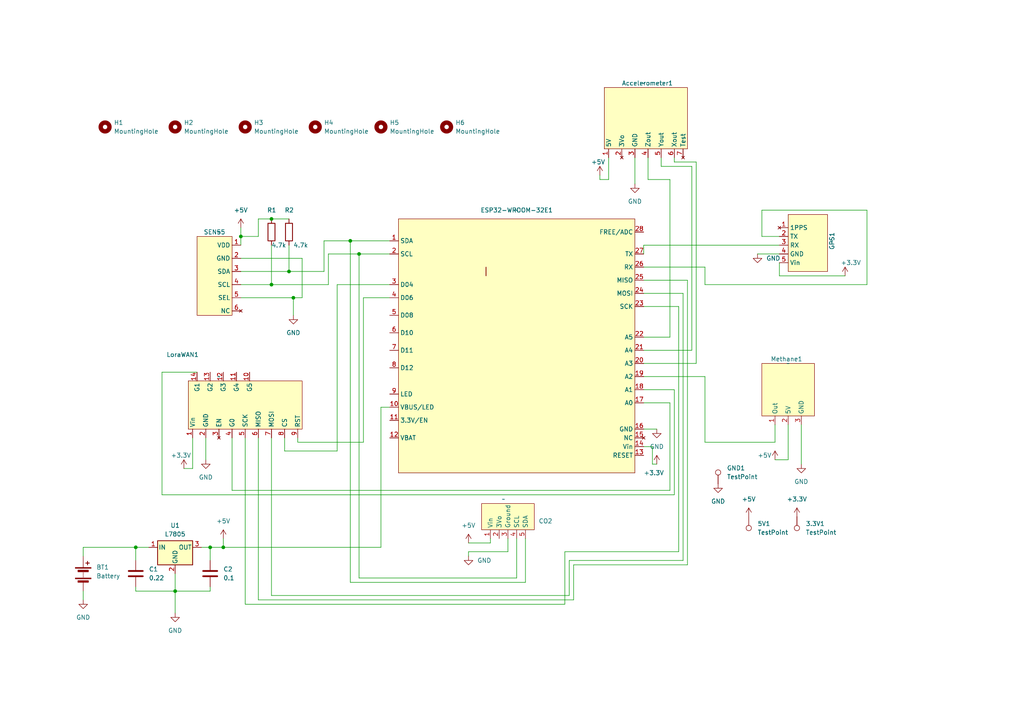
<source format=kicad_sch>
(kicad_sch (version 20230121) (generator eeschema)

  (uuid 7aefded4-b51d-417d-a9e8-a87f1079445b)

  (paper "A4")

  (lib_symbols
    (symbol "Connector:TestPoint" (pin_numbers hide) (pin_names (offset 0.762) hide) (in_bom yes) (on_board yes)
      (property "Reference" "TP" (at 0 6.858 0)
        (effects (font (size 1.27 1.27)))
      )
      (property "Value" "TestPoint" (at 0 5.08 0)
        (effects (font (size 1.27 1.27)))
      )
      (property "Footprint" "" (at 5.08 0 0)
        (effects (font (size 1.27 1.27)) hide)
      )
      (property "Datasheet" "~" (at 5.08 0 0)
        (effects (font (size 1.27 1.27)) hide)
      )
      (property "ki_keywords" "test point tp" (at 0 0 0)
        (effects (font (size 1.27 1.27)) hide)
      )
      (property "ki_description" "test point" (at 0 0 0)
        (effects (font (size 1.27 1.27)) hide)
      )
      (property "ki_fp_filters" "Pin* Test*" (at 0 0 0)
        (effects (font (size 1.27 1.27)) hide)
      )
      (symbol "TestPoint_0_1"
        (circle (center 0 3.302) (radius 0.762)
          (stroke (width 0) (type default))
          (fill (type none))
        )
      )
      (symbol "TestPoint_1_1"
        (pin passive line (at 0 0 90) (length 2.54)
          (name "1" (effects (font (size 1.27 1.27))))
          (number "1" (effects (font (size 1.27 1.27))))
        )
      )
    )
    (symbol "Device:Battery" (pin_numbers hide) (pin_names (offset 0) hide) (in_bom yes) (on_board yes)
      (property "Reference" "BT" (at 2.54 2.54 0)
        (effects (font (size 1.27 1.27)) (justify left))
      )
      (property "Value" "Battery" (at 2.54 0 0)
        (effects (font (size 1.27 1.27)) (justify left))
      )
      (property "Footprint" "" (at 0 1.524 90)
        (effects (font (size 1.27 1.27)) hide)
      )
      (property "Datasheet" "~" (at 0 1.524 90)
        (effects (font (size 1.27 1.27)) hide)
      )
      (property "ki_keywords" "batt voltage-source cell" (at 0 0 0)
        (effects (font (size 1.27 1.27)) hide)
      )
      (property "ki_description" "Multiple-cell battery" (at 0 0 0)
        (effects (font (size 1.27 1.27)) hide)
      )
      (symbol "Battery_0_1"
        (rectangle (start -2.286 -1.27) (end 2.286 -1.524)
          (stroke (width 0) (type default))
          (fill (type outline))
        )
        (rectangle (start -2.286 1.778) (end 2.286 1.524)
          (stroke (width 0) (type default))
          (fill (type outline))
        )
        (rectangle (start -1.524 -2.032) (end 1.524 -2.54)
          (stroke (width 0) (type default))
          (fill (type outline))
        )
        (rectangle (start -1.524 1.016) (end 1.524 0.508)
          (stroke (width 0) (type default))
          (fill (type outline))
        )
        (polyline
          (pts
            (xy 0 -1.016)
            (xy 0 -0.762)
          )
          (stroke (width 0) (type default))
          (fill (type none))
        )
        (polyline
          (pts
            (xy 0 -0.508)
            (xy 0 -0.254)
          )
          (stroke (width 0) (type default))
          (fill (type none))
        )
        (polyline
          (pts
            (xy 0 0)
            (xy 0 0.254)
          )
          (stroke (width 0) (type default))
          (fill (type none))
        )
        (polyline
          (pts
            (xy 0 1.778)
            (xy 0 2.54)
          )
          (stroke (width 0) (type default))
          (fill (type none))
        )
        (polyline
          (pts
            (xy 0.762 3.048)
            (xy 1.778 3.048)
          )
          (stroke (width 0.254) (type default))
          (fill (type none))
        )
        (polyline
          (pts
            (xy 1.27 3.556)
            (xy 1.27 2.54)
          )
          (stroke (width 0.254) (type default))
          (fill (type none))
        )
      )
      (symbol "Battery_1_1"
        (pin passive line (at 0 5.08 270) (length 2.54)
          (name "+" (effects (font (size 1.27 1.27))))
          (number "1" (effects (font (size 1.27 1.27))))
        )
        (pin passive line (at 0 -5.08 90) (length 2.54)
          (name "-" (effects (font (size 1.27 1.27))))
          (number "2" (effects (font (size 1.27 1.27))))
        )
      )
    )
    (symbol "Device:C" (pin_numbers hide) (pin_names (offset 0.254)) (in_bom yes) (on_board yes)
      (property "Reference" "C" (at 0.635 2.54 0)
        (effects (font (size 1.27 1.27)) (justify left))
      )
      (property "Value" "C" (at 0.635 -2.54 0)
        (effects (font (size 1.27 1.27)) (justify left))
      )
      (property "Footprint" "" (at 0.9652 -3.81 0)
        (effects (font (size 1.27 1.27)) hide)
      )
      (property "Datasheet" "~" (at 0 0 0)
        (effects (font (size 1.27 1.27)) hide)
      )
      (property "ki_keywords" "cap capacitor" (at 0 0 0)
        (effects (font (size 1.27 1.27)) hide)
      )
      (property "ki_description" "Unpolarized capacitor" (at 0 0 0)
        (effects (font (size 1.27 1.27)) hide)
      )
      (property "ki_fp_filters" "C_*" (at 0 0 0)
        (effects (font (size 1.27 1.27)) hide)
      )
      (symbol "C_0_1"
        (polyline
          (pts
            (xy -2.032 -0.762)
            (xy 2.032 -0.762)
          )
          (stroke (width 0.508) (type default))
          (fill (type none))
        )
        (polyline
          (pts
            (xy -2.032 0.762)
            (xy 2.032 0.762)
          )
          (stroke (width 0.508) (type default))
          (fill (type none))
        )
      )
      (symbol "C_1_1"
        (pin passive line (at 0 3.81 270) (length 2.794)
          (name "~" (effects (font (size 1.27 1.27))))
          (number "1" (effects (font (size 1.27 1.27))))
        )
        (pin passive line (at 0 -3.81 90) (length 2.794)
          (name "~" (effects (font (size 1.27 1.27))))
          (number "2" (effects (font (size 1.27 1.27))))
        )
      )
    )
    (symbol "Device:R" (pin_numbers hide) (pin_names (offset 0)) (in_bom yes) (on_board yes)
      (property "Reference" "R" (at 2.032 0 90)
        (effects (font (size 1.27 1.27)))
      )
      (property "Value" "R" (at 0 0 90)
        (effects (font (size 1.27 1.27)))
      )
      (property "Footprint" "" (at -1.778 0 90)
        (effects (font (size 1.27 1.27)) hide)
      )
      (property "Datasheet" "~" (at 0 0 0)
        (effects (font (size 1.27 1.27)) hide)
      )
      (property "ki_keywords" "R res resistor" (at 0 0 0)
        (effects (font (size 1.27 1.27)) hide)
      )
      (property "ki_description" "Resistor" (at 0 0 0)
        (effects (font (size 1.27 1.27)) hide)
      )
      (property "ki_fp_filters" "R_*" (at 0 0 0)
        (effects (font (size 1.27 1.27)) hide)
      )
      (symbol "R_0_1"
        (rectangle (start -1.016 -2.54) (end 1.016 2.54)
          (stroke (width 0.254) (type default))
          (fill (type none))
        )
      )
      (symbol "R_1_1"
        (pin passive line (at 0 3.81 270) (length 1.27)
          (name "~" (effects (font (size 1.27 1.27))))
          (number "1" (effects (font (size 1.27 1.27))))
        )
        (pin passive line (at 0 -3.81 90) (length 1.27)
          (name "~" (effects (font (size 1.27 1.27))))
          (number "2" (effects (font (size 1.27 1.27))))
        )
      )
    )
    (symbol "Mechanical:MountingHole" (pin_names (offset 1.016)) (in_bom yes) (on_board yes)
      (property "Reference" "H" (at 0 5.08 0)
        (effects (font (size 1.27 1.27)))
      )
      (property "Value" "MountingHole" (at 0 3.175 0)
        (effects (font (size 1.27 1.27)))
      )
      (property "Footprint" "" (at 0 0 0)
        (effects (font (size 1.27 1.27)) hide)
      )
      (property "Datasheet" "~" (at 0 0 0)
        (effects (font (size 1.27 1.27)) hide)
      )
      (property "ki_keywords" "mounting hole" (at 0 0 0)
        (effects (font (size 1.27 1.27)) hide)
      )
      (property "ki_description" "Mounting Hole without connection" (at 0 0 0)
        (effects (font (size 1.27 1.27)) hide)
      )
      (property "ki_fp_filters" "MountingHole*" (at 0 0 0)
        (effects (font (size 1.27 1.27)) hide)
      )
      (symbol "MountingHole_0_1"
        (circle (center 0 0) (radius 1.27)
          (stroke (width 1.27) (type default))
          (fill (type none))
        )
      )
    )
    (symbol "Methane:Methane_sensor" (in_bom yes) (on_board yes)
      (property "Reference" "Methane1" (at -5.08 1.27 0)
        (effects (font (size 1.27 1.27)) (justify left))
      )
      (property "Value" "~" (at 0 0 0)
        (effects (font (size 1.27 1.27)))
      )
      (property "Footprint" "my-sensors:Methane" (at 0 0 0)
        (effects (font (size 1.27 1.27)) hide)
      )
      (property "Datasheet" "https://image.dfrobot.com/image/data/SEN0129/MQ-4.pdf" (at 0 0 0)
        (effects (font (size 1.27 1.27)) hide)
      )
      (symbol "Methane_sensor_1_1"
        (rectangle (start -7.62 0) (end 7.62 -15.24)
          (stroke (width 0) (type default))
          (fill (type background))
        )
        (pin bidirectional line (at -3.81 -17.78 90) (length 2.54)
          (name "Out" (effects (font (size 1.27 1.27))))
          (number "1" (effects (font (size 1.27 1.27))))
        )
        (pin power_in line (at 0 -17.78 90) (length 2.54)
          (name "5V" (effects (font (size 1.27 1.27))))
          (number "2" (effects (font (size 1.27 1.27))))
        )
        (pin power_in line (at 3.81 -17.78 90) (length 2.54)
          (name "GND" (effects (font (size 1.27 1.27))))
          (number "3" (effects (font (size 1.27 1.27))))
        )
      )
    )
    (symbol "Regulator_Linear:L7805" (pin_names (offset 0.254)) (in_bom yes) (on_board yes)
      (property "Reference" "U" (at -3.81 3.175 0)
        (effects (font (size 1.27 1.27)))
      )
      (property "Value" "L7805" (at 0 3.175 0)
        (effects (font (size 1.27 1.27)) (justify left))
      )
      (property "Footprint" "" (at 0.635 -3.81 0)
        (effects (font (size 1.27 1.27) italic) (justify left) hide)
      )
      (property "Datasheet" "http://www.st.com/content/ccc/resource/technical/document/datasheet/41/4f/b3/b0/12/d4/47/88/CD00000444.pdf/files/CD00000444.pdf/jcr:content/translations/en.CD00000444.pdf" (at 0 -1.27 0)
        (effects (font (size 1.27 1.27)) hide)
      )
      (property "ki_keywords" "Voltage Regulator 1.5A Positive" (at 0 0 0)
        (effects (font (size 1.27 1.27)) hide)
      )
      (property "ki_description" "Positive 1.5A 35V Linear Regulator, Fixed Output 5V, TO-220/TO-263/TO-252" (at 0 0 0)
        (effects (font (size 1.27 1.27)) hide)
      )
      (property "ki_fp_filters" "TO?252* TO?263* TO?220*" (at 0 0 0)
        (effects (font (size 1.27 1.27)) hide)
      )
      (symbol "L7805_0_1"
        (rectangle (start -5.08 1.905) (end 5.08 -5.08)
          (stroke (width 0.254) (type default))
          (fill (type background))
        )
      )
      (symbol "L7805_1_1"
        (pin power_in line (at -7.62 0 0) (length 2.54)
          (name "IN" (effects (font (size 1.27 1.27))))
          (number "1" (effects (font (size 1.27 1.27))))
        )
        (pin power_in line (at 0 -7.62 90) (length 2.54)
          (name "GND" (effects (font (size 1.27 1.27))))
          (number "2" (effects (font (size 1.27 1.27))))
        )
        (pin power_out line (at 7.62 0 180) (length 2.54)
          (name "OUT" (effects (font (size 1.27 1.27))))
          (number "3" (effects (font (size 1.27 1.27))))
        )
      )
    )
    (symbol "Sensors:Accelerometer" (in_bom yes) (on_board yes)
      (property "Reference" "Accelerometer1" (at -6.35 0 0)
        (effects (font (size 1.27 1.27)) (justify left))
      )
      (property "Value" "~" (at 0 0 0)
        (effects (font (size 1.27 1.27)))
      )
      (property "Footprint" "my-sensors:Accelerometer" (at 0 0 0)
        (effects (font (size 1.27 1.27)) hide)
      )
      (property "Datasheet" "https://cdn-learn.adafruit.com/downloads/pdf/adafruit-analog-accelerometer-breakouts.pdf" (at 0 0 0)
        (effects (font (size 1.27 1.27)) hide)
      )
      (symbol "Accelerometer_1_1"
        (rectangle (start -11.43 -1.27) (end 12.7 -19.05)
          (stroke (width 0) (type default))
          (fill (type background))
        )
        (pin power_in line (at -10.16 -21.59 90) (length 2.54)
          (name "5V" (effects (font (size 1.27 1.27))))
          (number "1" (effects (font (size 1.27 1.27))))
        )
        (pin no_connect line (at -6.35 -21.59 90) (length 2.54)
          (name "3Vo" (effects (font (size 1.27 1.27))))
          (number "2" (effects (font (size 1.27 1.27))))
        )
        (pin bidirectional line (at -2.54 -21.59 90) (length 2.54)
          (name "GND" (effects (font (size 1.27 1.27))))
          (number "3" (effects (font (size 1.27 1.27))))
        )
        (pin output line (at 1.27 -21.59 90) (length 2.54)
          (name "Zout" (effects (font (size 1.27 1.27))))
          (number "4" (effects (font (size 1.27 1.27))))
        )
        (pin output line (at 5.08 -21.59 90) (length 2.54)
          (name "Yout" (effects (font (size 1.27 1.27))))
          (number "5" (effects (font (size 1.27 1.27))))
        )
        (pin output line (at 8.89 -21.59 90) (length 2.54)
          (name "Xout" (effects (font (size 1.27 1.27))))
          (number "6" (effects (font (size 1.27 1.27))))
        )
        (pin no_connect line (at 11.43 -21.59 90) (length 2.54)
          (name "Test" (effects (font (size 1.27 1.27))))
          (number "7" (effects (font (size 1.27 1.27))))
        )
      )
    )
    (symbol "Sensors:CO2_v2" (in_bom yes) (on_board yes)
      (property "Reference" "CO2" (at 10.16 -6.35 0)
        (effects (font (size 1.27 1.27)) (justify left))
      )
      (property "Value" "~" (at 0 0 0)
        (effects (font (size 1.27 1.27)))
      )
      (property "Footprint" "" (at 0 0 0)
        (effects (font (size 1.27 1.27)) hide)
      )
      (property "Datasheet" "" (at 0 0 0)
        (effects (font (size 1.27 1.27)) hide)
      )
      (symbol "CO2_v2_1_1"
        (rectangle (start -6.35 -1.27) (end 8.89 -8.89)
          (stroke (width 0) (type default))
          (fill (type background))
        )
        (pin power_in line (at -3.81 -11.43 90) (length 2.54)
          (name "Vin" (effects (font (size 1.27 1.27))))
          (number "1" (effects (font (size 1.27 1.27))))
        )
        (pin power_out line (at -1.27 -11.43 90) (length 2.54)
          (name "3Vo" (effects (font (size 1.27 1.27))))
          (number "2" (effects (font (size 1.27 1.27))))
        )
        (pin input line (at 1.27 -11.43 90) (length 2.54)
          (name "Ground" (effects (font (size 1.27 1.27))))
          (number "3" (effects (font (size 1.27 1.27))))
        )
        (pin bidirectional line (at 3.81 -11.43 90) (length 2.54)
          (name "SCL" (effects (font (size 1.27 1.27))))
          (number "4" (effects (font (size 1.27 1.27))))
        )
        (pin bidirectional line (at 6.35 -11.43 90) (length 2.54)
          (name "SDA" (effects (font (size 1.27 1.27))))
          (number "5" (effects (font (size 1.27 1.27))))
        )
      )
    )
    (symbol "Sensors:ESP32" (in_bom yes) (on_board yes)
      (property "Reference" "ESP32-WROOM-32E1" (at 0 0 0)
        (effects (font (size 1.27 1.27)))
      )
      (property "Value" "~" (at 0 0 0)
        (effects (font (size 1.27 1.27)))
      )
      (property "Footprint" "my-sensors:ESP32" (at 0 0 0)
        (effects (font (size 1.27 1.27)) hide)
      )
      (property "Datasheet" "https://cdn.sparkfun.com/assets/4/3/1/7/6/esp32-wroom-32e_esp32-wroom-32ue_datasheet_en_v1-6.pdf?_gl=1*16ze11g*_ga*MTYyMjc1MTQzMC4xNzA2NDYwMTkx*_ga_T369JS7J9N*MTcwODg5MTMzNS45LjAuMTcwODg5MTMzNS42MC4wLjA." (at 0 0 0)
        (effects (font (size 1.27 1.27)) hide)
      )
      (symbol "ESP32_1_1"
        (rectangle (start -34.29 -2.54) (end 34.29 -76.2)
          (stroke (width 0) (type default))
          (fill (type background))
        )
        (pin bidirectional line (at -36.83 -8.89 0) (length 2.54)
          (name "SDA" (effects (font (size 1.27 1.27))))
          (number "1" (effects (font (size 1.27 1.27))))
        )
        (pin power_in line (at -36.83 -57.15 0) (length 2.54)
          (name "VBUS/LED" (effects (font (size 1.27 1.27))))
          (number "10" (effects (font (size 1.27 1.27))))
        )
        (pin power_in line (at -36.83 -60.96 0) (length 2.54)
          (name "3.3V/EN" (effects (font (size 1.27 1.27))))
          (number "11" (effects (font (size 1.27 1.27))))
        )
        (pin power_in line (at -36.83 -66.04 0) (length 2.54)
          (name "VBAT" (effects (font (size 1.27 1.27))))
          (number "12" (effects (font (size 1.27 1.27))))
        )
        (pin unspecified line (at 36.83 -71.12 180) (length 2.54)
          (name "RESET" (effects (font (size 1.27 1.27))))
          (number "13" (effects (font (size 1.27 1.27))))
        )
        (pin input line (at 36.83 -68.58 180) (length 2.54)
          (name "Vin" (effects (font (size 1.27 1.27))))
          (number "14" (effects (font (size 1.27 1.27))))
        )
        (pin no_connect line (at 36.83 -66.04 180) (length 2.54)
          (name "NC" (effects (font (size 1.27 1.27))))
          (number "15" (effects (font (size 1.27 1.27))))
        )
        (pin input line (at 36.83 -63.5 180) (length 2.54)
          (name "GND" (effects (font (size 1.27 1.27))))
          (number "16" (effects (font (size 1.27 1.27))))
        )
        (pin bidirectional line (at 36.83 -55.88 180) (length 2.54)
          (name "A0" (effects (font (size 1.27 1.27))))
          (number "17" (effects (font (size 1.27 1.27))))
        )
        (pin bidirectional line (at 36.83 -52.07 180) (length 2.54)
          (name "A1" (effects (font (size 1.27 1.27))))
          (number "18" (effects (font (size 1.27 1.27))))
        )
        (pin bidirectional line (at 36.83 -48.26 180) (length 2.54)
          (name "A2" (effects (font (size 1.27 1.27))))
          (number "19" (effects (font (size 1.27 1.27))))
        )
        (pin bidirectional line (at -36.83 -12.7 0) (length 2.54)
          (name "SCL" (effects (font (size 1.27 1.27))))
          (number "2" (effects (font (size 1.27 1.27))))
        )
        (pin bidirectional line (at 36.83 -44.45 180) (length 2.54)
          (name "A3" (effects (font (size 1.27 1.27))))
          (number "20" (effects (font (size 1.27 1.27))))
        )
        (pin bidirectional line (at 36.83 -40.64 180) (length 2.54)
          (name "A4" (effects (font (size 1.27 1.27))))
          (number "21" (effects (font (size 1.27 1.27))))
        )
        (pin bidirectional line (at 36.83 -36.83 180) (length 2.54)
          (name "A5" (effects (font (size 1.27 1.27))))
          (number "22" (effects (font (size 1.27 1.27))))
        )
        (pin bidirectional line (at 36.83 -27.94 180) (length 2.54)
          (name "SCK" (effects (font (size 1.27 1.27))))
          (number "23" (effects (font (size 1.27 1.27))))
        )
        (pin bidirectional line (at 36.83 -24.13 180) (length 2.54)
          (name "MOSI" (effects (font (size 1.27 1.27))))
          (number "24" (effects (font (size 1.27 1.27))))
        )
        (pin bidirectional line (at 36.83 -20.32 180) (length 2.54)
          (name "MISO" (effects (font (size 1.27 1.27))))
          (number "25" (effects (font (size 1.27 1.27))))
        )
        (pin input line (at 36.83 -16.51 180) (length 2.54)
          (name "RX" (effects (font (size 1.27 1.27))))
          (number "26" (effects (font (size 1.27 1.27))))
        )
        (pin output line (at 36.83 -12.7 180) (length 2.54)
          (name "TX" (effects (font (size 1.27 1.27))))
          (number "27" (effects (font (size 1.27 1.27))))
        )
        (pin input line (at 36.83 -6.35 180) (length 2.54)
          (name "FREE/ADC" (effects (font (size 1.27 1.27))))
          (number "28" (effects (font (size 1.27 1.27))))
        )
        (pin input line (at -36.83 -21.59 0) (length 2.54)
          (name "D04" (effects (font (size 1.27 1.27))))
          (number "3" (effects (font (size 1.27 1.27))))
        )
        (pin input line (at -36.83 -25.4 0) (length 2.54)
          (name "D06" (effects (font (size 1.27 1.27))))
          (number "4" (effects (font (size 1.27 1.27))))
        )
        (pin input line (at -36.83 -30.48 0) (length 2.54)
          (name "D08" (effects (font (size 1.27 1.27))))
          (number "5" (effects (font (size 1.27 1.27))))
        )
        (pin input line (at -36.83 -35.56 0) (length 2.54)
          (name "D10" (effects (font (size 1.27 1.27))))
          (number "6" (effects (font (size 1.27 1.27))))
        )
        (pin input line (at -36.83 -40.64 0) (length 2.54)
          (name "D11" (effects (font (size 1.27 1.27))))
          (number "7" (effects (font (size 1.27 1.27))))
        )
        (pin input line (at -36.83 -45.72 0) (length 2.54)
          (name "D12" (effects (font (size 1.27 1.27))))
          (number "8" (effects (font (size 1.27 1.27))))
        )
        (pin bidirectional line (at -36.83 -53.34 0) (length 2.54)
          (name "LED" (effects (font (size 1.27 1.27))))
          (number "9" (effects (font (size 1.27 1.27))))
        )
      )
    )
    (symbol "Sensors:GPS" (in_bom yes) (on_board yes)
      (property "Reference" "GPS1" (at -2.54 0 0)
        (effects (font (size 1.27 1.27)) (justify left))
      )
      (property "Value" "~" (at 0 0 0)
        (effects (font (size 1.27 1.27)))
      )
      (property "Footprint" "my-sensors:GPS" (at 0 0 0)
        (effects (font (size 1.27 1.27)) hide)
      )
      (property "Datasheet" "" (at 0 0 0)
        (effects (font (size 1.27 1.27)) hide)
      )
      (symbol "GPS_1_1"
        (rectangle (start -7.62 -1.27) (end 8.89 -12.7)
          (stroke (width 0) (type default))
          (fill (type background))
        )
        (pin no_connect line (at -3.81 -15.24 90) (length 2.54)
          (name "1PPS" (effects (font (size 1.27 1.27))))
          (number "1" (effects (font (size 1.27 1.27))))
        )
        (pin output line (at -1.27 -15.24 90) (length 2.54)
          (name "TX" (effects (font (size 1.27 1.27))))
          (number "2" (effects (font (size 1.27 1.27))))
        )
        (pin input line (at 1.27 -15.24 90) (length 2.54)
          (name "RX" (effects (font (size 1.27 1.27))))
          (number "3" (effects (font (size 1.27 1.27))))
        )
        (pin input line (at 3.81 -15.24 90) (length 2.54)
          (name "GND" (effects (font (size 1.27 1.27))))
          (number "4" (effects (font (size 1.27 1.27))))
        )
        (pin power_in line (at 6.35 -15.24 90) (length 2.54)
          (name "Vin" (effects (font (size 1.27 1.27))))
          (number "5" (effects (font (size 1.27 1.27))))
        )
      )
    )
    (symbol "Sensors:LoraWAN" (in_bom yes) (on_board yes)
      (property "Reference" "LoraWAN1" (at -15.24 6.35 0)
        (effects (font (size 1.27 1.27)) (justify left))
      )
      (property "Value" "~" (at 0 0 0)
        (effects (font (size 1.27 1.27)))
      )
      (property "Footprint" "my-sensors:LoraWAN" (at -5.08 8.89 0)
        (effects (font (size 1.27 1.27)) hide)
      )
      (property "Datasheet" "https://cdn-learn.adafruit.com/downloads/pdf/adafruit-rfm69hcw-and-rfm96-rfm95-rfm98-lora-packet-padio-breakouts.pdf" (at 1.27 11.43 0)
        (effects (font (size 1.27 1.27)) hide)
      )
      (symbol "LoraWAN_1_1"
        (rectangle (start -8.89 -1.27) (end 24.13 -15.24)
          (stroke (width 0) (type default))
          (fill (type background))
        )
        (pin input line (at 77.47 31.75 270) (length 2.54)
          (name "" (effects (font (size 1.27 1.27))))
          (number "" (effects (font (size 1.27 1.27))))
        )
        (pin power_in line (at -7.62 -17.78 90) (length 2.54)
          (name "Vin" (effects (font (size 1.27 1.27))))
          (number "1" (effects (font (size 1.27 1.27))))
        )
        (pin input line (at 8.89 1.27 270) (length 2.54)
          (name "G5" (effects (font (size 1.27 1.27))))
          (number "10" (effects (font (size 1.27 1.27))))
        )
        (pin input line (at 5.08 1.27 270) (length 2.54)
          (name "G4" (effects (font (size 1.27 1.27))))
          (number "11" (effects (font (size 1.27 1.27))))
        )
        (pin input line (at 1.27 1.27 270) (length 2.54)
          (name "G3" (effects (font (size 1.27 1.27))))
          (number "12" (effects (font (size 1.27 1.27))))
        )
        (pin input line (at -2.54 1.27 270) (length 2.54)
          (name "G2" (effects (font (size 1.27 1.27))))
          (number "13" (effects (font (size 1.27 1.27))))
        )
        (pin input line (at -6.35 1.27 270) (length 2.54)
          (name "G1" (effects (font (size 1.27 1.27))))
          (number "14" (effects (font (size 1.27 1.27))))
        )
        (pin input line (at -3.81 -17.78 90) (length 2.54)
          (name "GND" (effects (font (size 1.27 1.27))))
          (number "2" (effects (font (size 1.27 1.27))))
        )
        (pin no_connect line (at 0 -17.78 90) (length 2.54)
          (name "EN" (effects (font (size 1.27 1.27))))
          (number "3" (effects (font (size 1.27 1.27))))
        )
        (pin input line (at 3.81 -17.78 90) (length 2.54)
          (name "G0" (effects (font (size 1.27 1.27))))
          (number "4" (effects (font (size 1.27 1.27))))
        )
        (pin input line (at 7.62 -17.78 90) (length 2.54)
          (name "SCK" (effects (font (size 1.27 1.27))))
          (number "5" (effects (font (size 1.27 1.27))))
        )
        (pin input line (at 11.43 -17.78 90) (length 2.54)
          (name "MISO" (effects (font (size 1.27 1.27))))
          (number "6" (effects (font (size 1.27 1.27))))
        )
        (pin input line (at 15.24 -17.78 90) (length 2.54)
          (name "MOSI" (effects (font (size 1.27 1.27))))
          (number "7" (effects (font (size 1.27 1.27))))
        )
        (pin input line (at 19.05 -17.78 90) (length 2.54)
          (name "CS" (effects (font (size 1.27 1.27))))
          (number "8" (effects (font (size 1.27 1.27))))
        )
        (pin input line (at 22.86 -17.78 90) (length 2.54)
          (name "RST" (effects (font (size 1.27 1.27))))
          (number "9" (effects (font (size 1.27 1.27))))
        )
      )
    )
    (symbol "Sensors:SEN55" (in_bom yes) (on_board yes)
      (property "Reference" "SEN55" (at 1.27 0 0)
        (effects (font (size 1.27 1.27)))
      )
      (property "Value" "~" (at 0 0 0)
        (effects (font (size 1.27 1.27)))
      )
      (property "Footprint" "" (at 0 0 0)
        (effects (font (size 1.27 1.27)) hide)
      )
      (property "Datasheet" "" (at 0 0 0)
        (effects (font (size 1.27 1.27)) hide)
      )
      (symbol "SEN55_1_1"
        (rectangle (start -3.81 -1.27) (end 6.35 -24.13)
          (stroke (width 0) (type default))
          (fill (type background))
        )
        (pin power_in line (at -6.35 -3.81 0) (length 2.54)
          (name "VDD" (effects (font (size 1.27 1.27))))
          (number "1" (effects (font (size 1.27 1.27))))
        )
        (pin input line (at -6.35 -7.62 0) (length 2.54)
          (name "GND" (effects (font (size 1.27 1.27))))
          (number "2" (effects (font (size 1.27 1.27))))
        )
        (pin input line (at -6.35 -11.43 0) (length 2.54)
          (name "SDA" (effects (font (size 1.27 1.27))))
          (number "3" (effects (font (size 1.27 1.27))))
        )
        (pin input line (at -6.35 -15.24 0) (length 2.54)
          (name "SCL" (effects (font (size 1.27 1.27))))
          (number "4" (effects (font (size 1.27 1.27))))
        )
        (pin input line (at -6.35 -19.05 0) (length 2.54)
          (name "SEL" (effects (font (size 1.27 1.27))))
          (number "5" (effects (font (size 1.27 1.27))))
        )
        (pin no_connect line (at -6.35 -22.86 0) (length 2.54)
          (name "NC" (effects (font (size 1.27 1.27))))
          (number "6" (effects (font (size 1.27 1.27))))
        )
      )
    )
    (symbol "power:+3.3V" (power) (pin_names (offset 0)) (in_bom yes) (on_board yes)
      (property "Reference" "#PWR" (at 0 -3.81 0)
        (effects (font (size 1.27 1.27)) hide)
      )
      (property "Value" "+3.3V" (at 0 3.556 0)
        (effects (font (size 1.27 1.27)))
      )
      (property "Footprint" "" (at 0 0 0)
        (effects (font (size 1.27 1.27)) hide)
      )
      (property "Datasheet" "" (at 0 0 0)
        (effects (font (size 1.27 1.27)) hide)
      )
      (property "ki_keywords" "global power" (at 0 0 0)
        (effects (font (size 1.27 1.27)) hide)
      )
      (property "ki_description" "Power symbol creates a global label with name \"+3.3V\"" (at 0 0 0)
        (effects (font (size 1.27 1.27)) hide)
      )
      (symbol "+3.3V_0_1"
        (polyline
          (pts
            (xy -0.762 1.27)
            (xy 0 2.54)
          )
          (stroke (width 0) (type default))
          (fill (type none))
        )
        (polyline
          (pts
            (xy 0 0)
            (xy 0 2.54)
          )
          (stroke (width 0) (type default))
          (fill (type none))
        )
        (polyline
          (pts
            (xy 0 2.54)
            (xy 0.762 1.27)
          )
          (stroke (width 0) (type default))
          (fill (type none))
        )
      )
      (symbol "+3.3V_1_1"
        (pin power_in line (at 0 0 90) (length 0) hide
          (name "+3.3V" (effects (font (size 1.27 1.27))))
          (number "1" (effects (font (size 1.27 1.27))))
        )
      )
    )
    (symbol "power:+5V" (power) (pin_names (offset 0)) (in_bom yes) (on_board yes)
      (property "Reference" "#PWR" (at 0 -3.81 0)
        (effects (font (size 1.27 1.27)) hide)
      )
      (property "Value" "+5V" (at 0 3.556 0)
        (effects (font (size 1.27 1.27)))
      )
      (property "Footprint" "" (at 0 0 0)
        (effects (font (size 1.27 1.27)) hide)
      )
      (property "Datasheet" "" (at 0 0 0)
        (effects (font (size 1.27 1.27)) hide)
      )
      (property "ki_keywords" "global power" (at 0 0 0)
        (effects (font (size 1.27 1.27)) hide)
      )
      (property "ki_description" "Power symbol creates a global label with name \"+5V\"" (at 0 0 0)
        (effects (font (size 1.27 1.27)) hide)
      )
      (symbol "+5V_0_1"
        (polyline
          (pts
            (xy -0.762 1.27)
            (xy 0 2.54)
          )
          (stroke (width 0) (type default))
          (fill (type none))
        )
        (polyline
          (pts
            (xy 0 0)
            (xy 0 2.54)
          )
          (stroke (width 0) (type default))
          (fill (type none))
        )
        (polyline
          (pts
            (xy 0 2.54)
            (xy 0.762 1.27)
          )
          (stroke (width 0) (type default))
          (fill (type none))
        )
      )
      (symbol "+5V_1_1"
        (pin power_in line (at 0 0 90) (length 0) hide
          (name "+5V" (effects (font (size 1.27 1.27))))
          (number "1" (effects (font (size 1.27 1.27))))
        )
      )
    )
    (symbol "power:GND" (power) (pin_names (offset 0)) (in_bom yes) (on_board yes)
      (property "Reference" "#PWR" (at 0 -6.35 0)
        (effects (font (size 1.27 1.27)) hide)
      )
      (property "Value" "GND" (at 0 -3.81 0)
        (effects (font (size 1.27 1.27)))
      )
      (property "Footprint" "" (at 0 0 0)
        (effects (font (size 1.27 1.27)) hide)
      )
      (property "Datasheet" "" (at 0 0 0)
        (effects (font (size 1.27 1.27)) hide)
      )
      (property "ki_keywords" "global power" (at 0 0 0)
        (effects (font (size 1.27 1.27)) hide)
      )
      (property "ki_description" "Power symbol creates a global label with name \"GND\" , ground" (at 0 0 0)
        (effects (font (size 1.27 1.27)) hide)
      )
      (symbol "GND_0_1"
        (polyline
          (pts
            (xy 0 0)
            (xy 0 -1.27)
            (xy 1.27 -1.27)
            (xy 0 -2.54)
            (xy -1.27 -1.27)
            (xy 0 -1.27)
          )
          (stroke (width 0) (type default))
          (fill (type none))
        )
      )
      (symbol "GND_1_1"
        (pin power_in line (at 0 0 270) (length 0) hide
          (name "GND" (effects (font (size 1.27 1.27))))
          (number "1" (effects (font (size 1.27 1.27))))
        )
      )
    )
  )

  (junction (at 101.6 69.85) (diameter 0) (color 0 0 0 0)
    (uuid 0b72fe3e-5a1c-474b-8c6f-34b0afaea697)
  )
  (junction (at 78.74 82.55) (diameter 0) (color 0 0 0 0)
    (uuid 1809997b-dd61-44ef-9a96-7c5dab96d11f)
  )
  (junction (at 104.14 73.66) (diameter 0) (color 0 0 0 0)
    (uuid 2f025602-946b-409d-970f-c8909ab87842)
  )
  (junction (at 83.82 78.74) (diameter 0) (color 0 0 0 0)
    (uuid 449cd7d5-e154-4e6b-a865-af98352e1c21)
  )
  (junction (at 50.8 171.45) (diameter 0) (color 0 0 0 0)
    (uuid 7ae52d7b-8cd1-4ea7-b50f-fdf31931d1ef)
  )
  (junction (at 85.09 86.36) (diameter 0) (color 0 0 0 0)
    (uuid ae700993-72e0-41f3-98e0-2f919af83f6c)
  )
  (junction (at 78.74 63.5) (diameter 0) (color 0 0 0 0)
    (uuid b375e527-b606-4327-9606-948a34e9001a)
  )
  (junction (at 64.77 158.75) (diameter 0) (color 0 0 0 0)
    (uuid c2f81fc1-83aa-41f4-bc4c-ba46078c3a8c)
  )
  (junction (at 39.37 158.75) (diameter 0) (color 0 0 0 0)
    (uuid c55043db-9e6a-45b1-b789-9084951caba1)
  )
  (junction (at 69.85 68.58) (diameter 0) (color 0 0 0 0)
    (uuid dd4f414b-9377-43b1-ade1-d7dc53e28148)
  )
  (junction (at 60.96 158.75) (diameter 0) (color 0 0 0 0)
    (uuid f8edf388-f07a-407b-b9c5-387e0b30aced)
  )

  (wire (pts (xy 200.66 48.26) (xy 200.66 101.6))
    (stroke (width 0) (type default))
    (uuid 0289f401-d2ac-47a7-8ccd-da2cb3017166)
  )
  (wire (pts (xy 226.06 68.58) (xy 220.98 68.58))
    (stroke (width 0) (type default))
    (uuid 06d9d9b2-307b-4377-b73e-8db4fcc96224)
  )
  (wire (pts (xy 194.31 97.79) (xy 186.69 97.79))
    (stroke (width 0) (type default))
    (uuid 06dca34a-25c6-43ee-ac07-8a659e17a740)
  )
  (wire (pts (xy 165.1 172.72) (xy 78.74 172.72))
    (stroke (width 0) (type default))
    (uuid 089ed1bb-b7b9-42b5-a64f-d036d91fa034)
  )
  (wire (pts (xy 24.13 158.75) (xy 39.37 158.75))
    (stroke (width 0) (type default))
    (uuid 08a4fbf0-e1b6-494f-83b4-e51bd61193a1)
  )
  (wire (pts (xy 228.6 133.35) (xy 228.6 123.19))
    (stroke (width 0) (type default))
    (uuid 0969c591-2808-4ad6-9955-1d0fd63930cb)
  )
  (wire (pts (xy 186.69 129.54) (xy 189.23 129.54))
    (stroke (width 0) (type default))
    (uuid 0b67e8d5-7bbe-4b50-917d-a625081a3543)
  )
  (wire (pts (xy 69.85 68.58) (xy 69.85 71.12))
    (stroke (width 0) (type default))
    (uuid 0ba318b2-b5d2-49d3-84ed-1aaa37ac9fb3)
  )
  (wire (pts (xy 186.69 71.12) (xy 186.69 73.66))
    (stroke (width 0) (type default))
    (uuid 0ddadc1b-97b2-4fb7-959d-0fa84dd5709c)
  )
  (wire (pts (xy 194.31 52.07) (xy 194.31 97.79))
    (stroke (width 0) (type default))
    (uuid 0f10e42a-cc47-4c51-9666-6e291b7c75df)
  )
  (wire (pts (xy 166.37 163.83) (xy 166.37 173.99))
    (stroke (width 0) (type default))
    (uuid 10d0268d-adb1-4b12-8d95-e22e45d53284)
  )
  (wire (pts (xy 87.63 86.36) (xy 85.09 86.36))
    (stroke (width 0) (type default))
    (uuid 1732ef4b-3ae3-47a6-b941-9eddae16b796)
  )
  (wire (pts (xy 186.69 81.28) (xy 199.39 81.28))
    (stroke (width 0) (type default))
    (uuid 18cde1ee-5d41-49b2-b014-26a166db1791)
  )
  (wire (pts (xy 24.13 158.75) (xy 24.13 161.29))
    (stroke (width 0) (type default))
    (uuid 18fafa90-3453-4f23-97c8-51e82e9df8f5)
  )
  (wire (pts (xy 195.58 143.51) (xy 46.99 143.51))
    (stroke (width 0) (type default))
    (uuid 1dad44ec-4e93-4600-b95c-db2c546002c1)
  )
  (wire (pts (xy 142.24 157.48) (xy 142.24 156.21))
    (stroke (width 0) (type default))
    (uuid 239bde12-0a30-4407-93b9-d345f52d8d9d)
  )
  (wire (pts (xy 39.37 171.45) (xy 50.8 171.45))
    (stroke (width 0) (type default))
    (uuid 273a3b10-feaf-42a6-9f21-1619b48908e8)
  )
  (wire (pts (xy 204.47 128.27) (xy 204.47 109.22))
    (stroke (width 0) (type default))
    (uuid 2a2926c8-0208-4821-8090-8cd1a2f67515)
  )
  (wire (pts (xy 50.8 166.37) (xy 50.8 171.45))
    (stroke (width 0) (type default))
    (uuid 2d016ad5-7da7-40bb-88fe-0ae554d13fd0)
  )
  (wire (pts (xy 195.58 46.99) (xy 201.93 46.99))
    (stroke (width 0) (type default))
    (uuid 2dcc0ae3-8005-4945-8382-5447e5baaae3)
  )
  (wire (pts (xy 135.89 157.48) (xy 142.24 157.48))
    (stroke (width 0) (type default))
    (uuid 2e1d90c7-95ba-4259-a8c2-65686e4eb17f)
  )
  (wire (pts (xy 224.79 123.19) (xy 224.79 128.27))
    (stroke (width 0) (type default))
    (uuid 310dc0b1-fdb5-408b-9767-a0bcaa4c57ba)
  )
  (wire (pts (xy 82.55 130.81) (xy 82.55 127))
    (stroke (width 0) (type default))
    (uuid 329180bf-a909-4a68-a31e-7abaab741082)
  )
  (wire (pts (xy 86.36 127) (xy 86.36 128.27))
    (stroke (width 0) (type default))
    (uuid 345e6c45-9b10-4ad9-b3c8-70e1d383b747)
  )
  (wire (pts (xy 173.99 52.07) (xy 176.53 52.07))
    (stroke (width 0) (type default))
    (uuid 35a9fab5-045d-44a8-8787-649418cecafb)
  )
  (wire (pts (xy 71.12 175.26) (xy 71.12 127))
    (stroke (width 0) (type default))
    (uuid 370b9273-0902-450a-8472-f62e12aeae1d)
  )
  (wire (pts (xy 85.09 86.36) (xy 85.09 91.44))
    (stroke (width 0) (type default))
    (uuid 37e35430-3e54-43cd-b651-53173a1ac1c3)
  )
  (wire (pts (xy 67.31 142.24) (xy 194.31 142.24))
    (stroke (width 0) (type default))
    (uuid 39c7facf-b4e8-48ad-a286-6e58dd5c30c7)
  )
  (wire (pts (xy 186.69 124.46) (xy 190.5 124.46))
    (stroke (width 0) (type default))
    (uuid 3b8a2f4b-40c3-4d02-9a4a-f8c09a379de6)
  )
  (wire (pts (xy 83.82 71.12) (xy 83.82 78.74))
    (stroke (width 0) (type default))
    (uuid 3bccc0f2-e0b4-43ed-925b-7369f8c03083)
  )
  (wire (pts (xy 69.85 78.74) (xy 83.82 78.74))
    (stroke (width 0) (type default))
    (uuid 3e09efae-6ec2-4772-ba42-1d56c4c50461)
  )
  (wire (pts (xy 199.39 163.83) (xy 166.37 163.83))
    (stroke (width 0) (type default))
    (uuid 3ef79437-d1fb-4c4c-a0fd-c62ce48e2f66)
  )
  (wire (pts (xy 69.85 82.55) (xy 78.74 82.55))
    (stroke (width 0) (type default))
    (uuid 406edabe-d381-40d8-93f5-5db9399a6dec)
  )
  (wire (pts (xy 105.41 86.36) (xy 105.41 128.27))
    (stroke (width 0) (type default))
    (uuid 44274941-bb3c-4b89-9835-f82f2c600e8b)
  )
  (wire (pts (xy 74.93 63.5) (xy 78.74 63.5))
    (stroke (width 0) (type default))
    (uuid 464f8335-8d2d-46e5-a0a2-7c191231c8e5)
  )
  (wire (pts (xy 189.23 129.54) (xy 189.23 134.62))
    (stroke (width 0) (type default))
    (uuid 492fb16d-b1bc-4aab-8d91-d660484aacfa)
  )
  (wire (pts (xy 39.37 158.75) (xy 39.37 162.56))
    (stroke (width 0) (type default))
    (uuid 49d78c4b-06c9-4589-8905-ba56d98c6721)
  )
  (wire (pts (xy 74.93 173.99) (xy 74.93 127))
    (stroke (width 0) (type default))
    (uuid 49f43178-6c83-41e4-86a0-e54880323e31)
  )
  (wire (pts (xy 191.77 45.72) (xy 191.77 48.26))
    (stroke (width 0) (type default))
    (uuid 518be879-3103-4342-937d-ac58b68a5441)
  )
  (wire (pts (xy 78.74 71.12) (xy 78.74 82.55))
    (stroke (width 0) (type default))
    (uuid 561a5689-97ce-4a80-ba09-836ac99c1690)
  )
  (wire (pts (xy 149.86 156.21) (xy 149.86 167.64))
    (stroke (width 0) (type default))
    (uuid 56cad991-c1c9-42c1-9b56-bffa95de6feb)
  )
  (wire (pts (xy 147.32 160.02) (xy 147.32 156.21))
    (stroke (width 0) (type default))
    (uuid 58150016-d84f-4104-bb16-bca89d4090f7)
  )
  (wire (pts (xy 95.25 73.66) (xy 104.14 73.66))
    (stroke (width 0) (type default))
    (uuid 590a7c14-4537-48e8-9ec3-663e33c4af21)
  )
  (wire (pts (xy 165.1 162.56) (xy 165.1 172.72))
    (stroke (width 0) (type default))
    (uuid 5a986044-1ae6-4597-968a-904f7a21c805)
  )
  (wire (pts (xy 50.8 171.45) (xy 60.96 171.45))
    (stroke (width 0) (type default))
    (uuid 5b6ff95c-19ea-41a9-b120-488ac5a85806)
  )
  (wire (pts (xy 113.03 118.11) (xy 110.49 118.11))
    (stroke (width 0) (type default))
    (uuid 5d08f2fb-e260-4b25-a6a3-901cbdb40c76)
  )
  (wire (pts (xy 83.82 78.74) (xy 93.98 78.74))
    (stroke (width 0) (type default))
    (uuid 5e11a683-8095-4aa7-a811-1cbb1edc1a68)
  )
  (wire (pts (xy 101.6 168.91) (xy 152.4 168.91))
    (stroke (width 0) (type default))
    (uuid 630370ec-81c8-45d3-b6c3-5eba7b293d23)
  )
  (wire (pts (xy 135.89 160.02) (xy 147.32 160.02))
    (stroke (width 0) (type default))
    (uuid 633addf9-370a-4c59-ae8d-0601dc5e9873)
  )
  (wire (pts (xy 113.03 82.55) (xy 97.79 82.55))
    (stroke (width 0) (type default))
    (uuid 6470ce43-9215-4c6c-a579-baba431177d8)
  )
  (wire (pts (xy 60.96 162.56) (xy 60.96 158.75))
    (stroke (width 0) (type default))
    (uuid 66885b41-d377-4dbd-9f5b-59e2e7c38ceb)
  )
  (wire (pts (xy 196.85 88.9) (xy 196.85 160.02))
    (stroke (width 0) (type default))
    (uuid 69563b1a-f384-4175-925c-4d39a2d7e6fc)
  )
  (wire (pts (xy 113.03 86.36) (xy 105.41 86.36))
    (stroke (width 0) (type default))
    (uuid 6a0197a2-1e05-4ba6-b334-7f6b72a78277)
  )
  (wire (pts (xy 166.37 173.99) (xy 74.93 173.99))
    (stroke (width 0) (type default))
    (uuid 6a950619-e676-4734-920a-de1765925dca)
  )
  (wire (pts (xy 64.77 156.21) (xy 64.77 158.75))
    (stroke (width 0) (type default))
    (uuid 6af869e8-f417-4ca5-8a69-5ea4be1bd201)
  )
  (wire (pts (xy 95.25 82.55) (xy 95.25 73.66))
    (stroke (width 0) (type default))
    (uuid 6c31fc87-6e86-4068-8987-c7e5f600486b)
  )
  (wire (pts (xy 69.85 66.04) (xy 69.85 68.58))
    (stroke (width 0) (type default))
    (uuid 6d867b16-8637-45e0-a7a2-b7753191a671)
  )
  (wire (pts (xy 60.96 171.45) (xy 60.96 170.18))
    (stroke (width 0) (type default))
    (uuid 70c4878c-99a7-416b-8ee7-3cd2e025ccaa)
  )
  (wire (pts (xy 78.74 172.72) (xy 78.74 127))
    (stroke (width 0) (type default))
    (uuid 744d0757-588f-4a2a-ae74-dad5de8c6801)
  )
  (wire (pts (xy 220.98 68.58) (xy 220.98 60.96))
    (stroke (width 0) (type default))
    (uuid 75cbe57e-165b-4f8c-8bcc-9b1fcb13c759)
  )
  (wire (pts (xy 224.79 133.35) (xy 228.6 133.35))
    (stroke (width 0) (type default))
    (uuid 76ecb9bb-5be6-4a6a-9263-8878ce62deb0)
  )
  (wire (pts (xy 60.96 158.75) (xy 64.77 158.75))
    (stroke (width 0) (type default))
    (uuid 7754897b-6d41-421b-a2a0-bc672327756f)
  )
  (wire (pts (xy 69.85 86.36) (xy 85.09 86.36))
    (stroke (width 0) (type default))
    (uuid 79a9c367-1de5-4075-8759-6d3113399715)
  )
  (wire (pts (xy 184.15 45.72) (xy 184.15 53.34))
    (stroke (width 0) (type default))
    (uuid 79c8128c-a087-4aa6-895c-1da645361b20)
  )
  (wire (pts (xy 67.31 127) (xy 67.31 142.24))
    (stroke (width 0) (type default))
    (uuid 7c212a75-e827-4e04-b343-c358cb465389)
  )
  (wire (pts (xy 74.93 68.58) (xy 74.93 63.5))
    (stroke (width 0) (type default))
    (uuid 81578c4a-f772-4bce-a1fd-cf84aa685ca7)
  )
  (wire (pts (xy 195.58 45.72) (xy 195.58 46.99))
    (stroke (width 0) (type default))
    (uuid 81c5e355-1574-43b0-96e9-c4af16e8da17)
  )
  (wire (pts (xy 50.8 171.45) (xy 50.8 177.8))
    (stroke (width 0) (type default))
    (uuid 833f7ae4-e0aa-4275-b18e-49808ba32e8a)
  )
  (wire (pts (xy 199.39 81.28) (xy 199.39 163.83))
    (stroke (width 0) (type default))
    (uuid 85487ce9-c8c2-411e-82e0-3f5869b438e5)
  )
  (wire (pts (xy 110.49 118.11) (xy 110.49 158.75))
    (stroke (width 0) (type default))
    (uuid 85ad07c7-6107-46f5-b58d-7bc2595bcab7)
  )
  (wire (pts (xy 104.14 167.64) (xy 149.86 167.64))
    (stroke (width 0) (type default))
    (uuid 8760ec44-7d11-46c7-8b77-05d7c27ff86b)
  )
  (wire (pts (xy 245.11 80.01) (xy 226.06 80.01))
    (stroke (width 0) (type default))
    (uuid 87af631b-69e3-4f0b-90d7-ba2691ddb180)
  )
  (wire (pts (xy 82.55 130.81) (xy 97.79 130.81))
    (stroke (width 0) (type default))
    (uuid 87b89536-249c-4821-a671-c2c0c3543bde)
  )
  (wire (pts (xy 101.6 69.85) (xy 113.03 69.85))
    (stroke (width 0) (type default))
    (uuid 889c0ff9-b021-4b29-85e4-a7badb80533e)
  )
  (wire (pts (xy 78.74 82.55) (xy 95.25 82.55))
    (stroke (width 0) (type default))
    (uuid 8955cfd8-8d50-4d82-9cc1-1e8c6228ecb3)
  )
  (wire (pts (xy 78.74 63.5) (xy 83.82 63.5))
    (stroke (width 0) (type default))
    (uuid 8bb3c5f4-703e-42e3-aa6a-f035b590afff)
  )
  (wire (pts (xy 219.71 73.66) (xy 226.06 73.66))
    (stroke (width 0) (type default))
    (uuid 8c3e45a2-df68-4d6d-ac2e-45a271a84a0d)
  )
  (wire (pts (xy 226.06 71.12) (xy 186.69 71.12))
    (stroke (width 0) (type default))
    (uuid 8d149dcf-ffb5-4e9a-9d47-d81188738279)
  )
  (wire (pts (xy 60.96 158.75) (xy 58.42 158.75))
    (stroke (width 0) (type default))
    (uuid 8d616971-d124-45e6-8953-44007fbb2333)
  )
  (wire (pts (xy 46.99 107.95) (xy 57.15 107.95))
    (stroke (width 0) (type default))
    (uuid 8ebe30fd-93d4-4830-99ee-571865480a2d)
  )
  (wire (pts (xy 251.46 82.55) (xy 204.47 82.55))
    (stroke (width 0) (type default))
    (uuid 8f38fd05-5fd4-4ee1-beaa-7c68ead0a718)
  )
  (wire (pts (xy 251.46 60.96) (xy 251.46 82.55))
    (stroke (width 0) (type default))
    (uuid 912a4435-3c5d-452d-919b-a62d988acb2e)
  )
  (wire (pts (xy 104.14 73.66) (xy 113.03 73.66))
    (stroke (width 0) (type default))
    (uuid 9180260b-a71d-4af9-aa91-f79e2bf10f7f)
  )
  (wire (pts (xy 69.85 68.58) (xy 74.93 68.58))
    (stroke (width 0) (type default))
    (uuid 945fc5a3-41fe-483c-a169-11b80d9687f1)
  )
  (wire (pts (xy 187.96 45.72) (xy 187.96 52.07))
    (stroke (width 0) (type default))
    (uuid 946426a8-6f10-444b-a648-6974b71ce42a)
  )
  (wire (pts (xy 196.85 160.02) (xy 163.83 160.02))
    (stroke (width 0) (type default))
    (uuid 9a60b02f-569b-415d-94ad-8d9bc2d979ad)
  )
  (wire (pts (xy 201.93 105.41) (xy 186.69 105.41))
    (stroke (width 0) (type default))
    (uuid 9baa2b2e-379b-475f-900d-70f15f35ff00)
  )
  (wire (pts (xy 24.13 171.45) (xy 24.13 173.99))
    (stroke (width 0) (type default))
    (uuid 9c695abe-8dc1-4c8b-8674-50496587950d)
  )
  (wire (pts (xy 198.12 162.56) (xy 165.1 162.56))
    (stroke (width 0) (type default))
    (uuid 9e834758-9d15-4afe-bddb-26ecfb23a9e7)
  )
  (wire (pts (xy 186.69 88.9) (xy 196.85 88.9))
    (stroke (width 0) (type default))
    (uuid a240a7b1-ace2-4b3b-bd22-49d109605e8e)
  )
  (wire (pts (xy 226.06 80.01) (xy 226.06 76.2))
    (stroke (width 0) (type default))
    (uuid a288ee93-9dc3-4a9a-9ff1-e649f08184be)
  )
  (wire (pts (xy 104.14 73.66) (xy 104.14 167.64))
    (stroke (width 0) (type default))
    (uuid a551bf97-9f4c-4fcb-ba14-cfa95ec79fcf)
  )
  (wire (pts (xy 187.96 52.07) (xy 194.31 52.07))
    (stroke (width 0) (type default))
    (uuid aa26cb51-510c-4deb-8508-7a2693c89336)
  )
  (wire (pts (xy 59.69 127) (xy 59.69 133.35))
    (stroke (width 0) (type default))
    (uuid aaa646c9-4294-46c3-9ecf-b6f4f0604ce7)
  )
  (wire (pts (xy 97.79 82.55) (xy 97.79 130.81))
    (stroke (width 0) (type default))
    (uuid aafb54d6-e953-4a61-9a61-810a3acde84d)
  )
  (wire (pts (xy 87.63 74.93) (xy 87.63 86.36))
    (stroke (width 0) (type default))
    (uuid ac88b8c9-d7bc-4cef-b915-d9e6e6999e9a)
  )
  (wire (pts (xy 163.83 175.26) (xy 71.12 175.26))
    (stroke (width 0) (type default))
    (uuid b042c020-b6a2-4db3-99bb-2fcae82e1557)
  )
  (wire (pts (xy 232.41 123.19) (xy 232.41 134.62))
    (stroke (width 0) (type default))
    (uuid b1aba352-0736-4bb5-9d58-1fa654c111c1)
  )
  (wire (pts (xy 163.83 160.02) (xy 163.83 175.26))
    (stroke (width 0) (type default))
    (uuid b22ee39f-b70e-4745-959e-8b42d75830d2)
  )
  (wire (pts (xy 204.47 82.55) (xy 204.47 77.47))
    (stroke (width 0) (type default))
    (uuid b25d50de-1268-4654-aa60-31378a06b764)
  )
  (wire (pts (xy 135.89 160.02) (xy 135.89 161.29))
    (stroke (width 0) (type default))
    (uuid b30ab084-fda9-4a3b-80f6-b780bf97e907)
  )
  (wire (pts (xy 69.85 74.93) (xy 87.63 74.93))
    (stroke (width 0) (type default))
    (uuid b6ddb58a-770b-407a-bb51-1abed5ac1922)
  )
  (wire (pts (xy 191.77 48.26) (xy 200.66 48.26))
    (stroke (width 0) (type default))
    (uuid bad57db1-57e9-40d2-b396-e815eda74e3f)
  )
  (wire (pts (xy 39.37 170.18) (xy 39.37 171.45))
    (stroke (width 0) (type default))
    (uuid bb9dfecc-92d4-4af0-b508-9790a2412f6f)
  )
  (wire (pts (xy 195.58 113.03) (xy 195.58 143.51))
    (stroke (width 0) (type default))
    (uuid bedf8f65-21f4-493e-8bb4-4d399f0a1681)
  )
  (wire (pts (xy 93.98 69.85) (xy 101.6 69.85))
    (stroke (width 0) (type default))
    (uuid bf07c072-d685-4a84-a0b7-baed6fa2928a)
  )
  (wire (pts (xy 186.69 85.09) (xy 198.12 85.09))
    (stroke (width 0) (type default))
    (uuid bf97d45a-e673-40ff-935d-99ca18607f14)
  )
  (wire (pts (xy 189.23 134.62) (xy 190.5 134.62))
    (stroke (width 0) (type default))
    (uuid c09faca0-6547-451a-8b42-9297fcfacde9)
  )
  (wire (pts (xy 194.31 116.84) (xy 186.69 116.84))
    (stroke (width 0) (type default))
    (uuid c57f0629-ddbd-417f-83b7-b2cb1bd11831)
  )
  (wire (pts (xy 101.6 69.85) (xy 101.6 168.91))
    (stroke (width 0) (type default))
    (uuid cbfe79a8-f9c4-453d-996d-806a2cef9acb)
  )
  (wire (pts (xy 55.88 135.89) (xy 55.88 127))
    (stroke (width 0) (type default))
    (uuid cc51ad04-5faa-4985-bb9f-cdc33e923546)
  )
  (wire (pts (xy 46.99 143.51) (xy 46.99 107.95))
    (stroke (width 0) (type default))
    (uuid d0f54f23-9167-43d6-8c42-a78ab9c4a2b5)
  )
  (wire (pts (xy 200.66 101.6) (xy 186.69 101.6))
    (stroke (width 0) (type default))
    (uuid d129fe2e-3d64-4063-b91c-960f34c0ee39)
  )
  (wire (pts (xy 186.69 113.03) (xy 195.58 113.03))
    (stroke (width 0) (type default))
    (uuid d2d505ac-854a-466b-8eb1-e2ae54dadb47)
  )
  (wire (pts (xy 204.47 77.47) (xy 186.69 77.47))
    (stroke (width 0) (type default))
    (uuid d68c94f7-3229-463b-b496-83cef6356ec0)
  )
  (wire (pts (xy 201.93 46.99) (xy 201.93 105.41))
    (stroke (width 0) (type default))
    (uuid df6bece4-e2de-45e3-ad4c-44f0f16c3bde)
  )
  (wire (pts (xy 39.37 158.75) (xy 43.18 158.75))
    (stroke (width 0) (type default))
    (uuid e1e7151b-fd92-4155-9d16-9d5b4c195d4c)
  )
  (wire (pts (xy 105.41 128.27) (xy 86.36 128.27))
    (stroke (width 0) (type default))
    (uuid e525a5ab-c4f9-4503-aa34-d03555a898d1)
  )
  (wire (pts (xy 198.12 85.09) (xy 198.12 162.56))
    (stroke (width 0) (type default))
    (uuid e9909753-78f8-4eb9-b707-4a0537e4d661)
  )
  (wire (pts (xy 64.77 158.75) (xy 110.49 158.75))
    (stroke (width 0) (type default))
    (uuid ebcbe45c-dbbc-4765-948d-e988d9a48252)
  )
  (wire (pts (xy 176.53 52.07) (xy 176.53 45.72))
    (stroke (width 0) (type default))
    (uuid ebe28411-a3fc-4080-bcec-a9374494fae3)
  )
  (wire (pts (xy 220.98 60.96) (xy 251.46 60.96))
    (stroke (width 0) (type default))
    (uuid ec7aed2b-a9cc-4b87-9ec8-f3a62416bfb6)
  )
  (wire (pts (xy 186.69 109.22) (xy 204.47 109.22))
    (stroke (width 0) (type default))
    (uuid edcb0d42-2b54-4cdc-be05-d04f61c185ab)
  )
  (wire (pts (xy 173.99 52.07) (xy 173.99 50.8))
    (stroke (width 0) (type default))
    (uuid ee6cbfcc-4e26-440b-9f40-6fba478935ee)
  )
  (wire (pts (xy 224.79 128.27) (xy 204.47 128.27))
    (stroke (width 0) (type default))
    (uuid efaddce1-c978-4b99-a00a-f77ab56282e8)
  )
  (wire (pts (xy 53.34 135.89) (xy 55.88 135.89))
    (stroke (width 0) (type default))
    (uuid f446c272-1986-4859-85a3-2f644183f0dd)
  )
  (wire (pts (xy 152.4 156.21) (xy 152.4 168.91))
    (stroke (width 0) (type default))
    (uuid f787daca-e90b-4c45-bfc9-206891f853d2)
  )
  (wire (pts (xy 93.98 78.74) (xy 93.98 69.85))
    (stroke (width 0) (type default))
    (uuid fc6af390-06fa-4070-8d77-876d15404ee6)
  )
  (wire (pts (xy 194.31 142.24) (xy 194.31 116.84))
    (stroke (width 0) (type default))
    (uuid fcdd7267-6793-4e55-a9c3-58c230b4db75)
  )

  (symbol (lib_id "power:+5V") (at 64.77 156.21 0) (unit 1)
    (in_bom yes) (on_board yes) (dnp no) (fields_autoplaced)
    (uuid 04f0cceb-6100-48ae-beb6-0c31ce530896)
    (property "Reference" "#PWR017" (at 64.77 160.02 0)
      (effects (font (size 1.27 1.27)) hide)
    )
    (property "Value" "+5V" (at 64.77 151.13 0)
      (effects (font (size 1.27 1.27)))
    )
    (property "Footprint" "" (at 64.77 156.21 0)
      (effects (font (size 1.27 1.27)) hide)
    )
    (property "Datasheet" "" (at 64.77 156.21 0)
      (effects (font (size 1.27 1.27)) hide)
    )
    (pin "1" (uuid d88918de-b2a7-470c-b5fa-251cbfe037fd))
    (instances
      (project "blue-bike-air-pollution-monitor 3-21"
        (path "/7aefded4-b51d-417d-a9e8-a87f1079445b"
          (reference "#PWR017") (unit 1)
        )
      )
    )
  )

  (symbol (lib_id "Device:C") (at 39.37 166.37 0) (unit 1)
    (in_bom yes) (on_board yes) (dnp no) (fields_autoplaced)
    (uuid 13c828ba-e910-4276-b72a-21d01e40596e)
    (property "Reference" "C1" (at 43.18 165.1 0)
      (effects (font (size 1.27 1.27)) (justify left))
    )
    (property "Value" "0.22" (at 43.18 167.64 0)
      (effects (font (size 1.27 1.27)) (justify left))
    )
    (property "Footprint" "Capacitor_THT:C_Disc_D3.0mm_W2.0mm_P2.50mm" (at 40.3352 170.18 0)
      (effects (font (size 1.27 1.27)) hide)
    )
    (property "Datasheet" "~" (at 39.37 166.37 0)
      (effects (font (size 1.27 1.27)) hide)
    )
    (pin "2" (uuid 1f2982ee-b9cf-4625-a168-cb2fd0ea49b4))
    (pin "1" (uuid cf7f5a3b-fa73-4de8-9736-bcde5b9aab8a))
    (instances
      (project "blue-bike-air-pollution-monitor 3-21"
        (path "/7aefded4-b51d-417d-a9e8-a87f1079445b"
          (reference "C1") (unit 1)
        )
      )
    )
  )

  (symbol (lib_id "power:GND") (at 59.69 133.35 0) (unit 1)
    (in_bom yes) (on_board yes) (dnp no) (fields_autoplaced)
    (uuid 1a0fb626-dd54-422e-a82a-ab44928ddb47)
    (property "Reference" "#PWR013" (at 59.69 139.7 0)
      (effects (font (size 1.27 1.27)) hide)
    )
    (property "Value" "GND" (at 59.69 138.43 0)
      (effects (font (size 1.27 1.27)))
    )
    (property "Footprint" "" (at 59.69 133.35 0)
      (effects (font (size 1.27 1.27)) hide)
    )
    (property "Datasheet" "" (at 59.69 133.35 0)
      (effects (font (size 1.27 1.27)) hide)
    )
    (pin "1" (uuid cfb60708-694a-48a4-bfae-0948d25bc071))
    (instances
      (project "blue-bike-air-pollution-monitor 3-21"
        (path "/7aefded4-b51d-417d-a9e8-a87f1079445b"
          (reference "#PWR013") (unit 1)
        )
      )
    )
  )

  (symbol (lib_id "Sensors:Accelerometer") (at 186.69 24.13 0) (unit 1)
    (in_bom yes) (on_board yes) (dnp no)
    (uuid 1b0fdbf7-2d3f-4955-a58d-6237738467cd)
    (property "Reference" "Accelerometer1" (at 180.34 24.13 0)
      (effects (font (size 1.27 1.27)) (justify left))
    )
    (property "Value" "~" (at 186.69 24.13 0)
      (effects (font (size 1.27 1.27)))
    )
    (property "Footprint" "my-sensors:Accelerometer" (at 186.69 24.13 0)
      (effects (font (size 1.27 1.27)) hide)
    )
    (property "Datasheet" "https://cdn-learn.adafruit.com/downloads/pdf/adafruit-analog-accelerometer-breakouts.pdf" (at 186.69 24.13 0)
      (effects (font (size 1.27 1.27)) hide)
    )
    (pin "3" (uuid c7a3f271-90b2-4f91-97ec-8b94e09b5b00))
    (pin "5" (uuid 896b0e0c-2ef1-4e08-abe0-2b9fae085628))
    (pin "4" (uuid 39831043-725a-4c3e-b8e3-74465ffa1b0a))
    (pin "2" (uuid d6560908-746a-48c9-9174-2b4f7fcb4808))
    (pin "1" (uuid 6beb2169-6a7d-49c8-a9b7-515ab5653f6c))
    (pin "6" (uuid c65e1a58-f3e8-4e30-b424-19ff5917c218))
    (pin "7" (uuid cec60d79-fd8a-464d-9aa1-113e19e8c93f))
    (instances
      (project "blue-bike-air-pollution-monitor 3-21"
        (path "/7aefded4-b51d-417d-a9e8-a87f1079445b"
          (reference "Accelerometer1") (unit 1)
        )
      )
    )
  )

  (symbol (lib_id "Mechanical:MountingHole") (at 91.44 36.83 0) (unit 1)
    (in_bom yes) (on_board yes) (dnp no) (fields_autoplaced)
    (uuid 20f53b8d-0413-4874-be27-2b3803a4b47c)
    (property "Reference" "H4" (at 93.98 35.56 0)
      (effects (font (size 1.27 1.27)) (justify left))
    )
    (property "Value" "MountingHole" (at 93.98 38.1 0)
      (effects (font (size 1.27 1.27)) (justify left))
    )
    (property "Footprint" "MountingHole:MountingHole_4.5mm_Pad" (at 91.44 36.83 0)
      (effects (font (size 1.27 1.27)) hide)
    )
    (property "Datasheet" "~" (at 91.44 36.83 0)
      (effects (font (size 1.27 1.27)) hide)
    )
    (instances
      (project "blue-bike-air-pollution-monitor 3-21"
        (path "/7aefded4-b51d-417d-a9e8-a87f1079445b"
          (reference "H4") (unit 1)
        )
      )
    )
  )

  (symbol (lib_id "power:+5V") (at 173.99 50.8 0) (unit 1)
    (in_bom yes) (on_board yes) (dnp no)
    (uuid 28fefb22-331a-4298-8a73-b60e0d3a749a)
    (property "Reference" "#PWR010" (at 173.99 54.61 0)
      (effects (font (size 1.27 1.27)) hide)
    )
    (property "Value" "+5V" (at 171.45 46.99 0)
      (effects (font (size 1.27 1.27)) (justify left))
    )
    (property "Footprint" "" (at 173.99 50.8 0)
      (effects (font (size 1.27 1.27)) hide)
    )
    (property "Datasheet" "" (at 173.99 50.8 0)
      (effects (font (size 1.27 1.27)) hide)
    )
    (pin "1" (uuid 9d8b8ae5-ce25-440e-9d3b-3bde1bb974dd))
    (instances
      (project "blue-bike-air-pollution-monitor 3-21"
        (path "/7aefded4-b51d-417d-a9e8-a87f1079445b"
          (reference "#PWR010") (unit 1)
        )
      )
    )
  )

  (symbol (lib_id "Sensors:ESP32") (at 149.86 60.96 0) (unit 1)
    (in_bom yes) (on_board yes) (dnp no) (fields_autoplaced)
    (uuid 2bad7720-c035-4ff9-9c78-394983e71084)
    (property "Reference" "ESP32-WROOM-32E1" (at 149.86 60.96 0)
      (effects (font (size 1.27 1.27)))
    )
    (property "Value" "~" (at 149.86 60.96 0)
      (effects (font (size 1.27 1.27)))
    )
    (property "Footprint" "my-sensors:ESP32" (at 149.86 60.96 0)
      (effects (font (size 1.27 1.27)) hide)
    )
    (property "Datasheet" "https://cdn.sparkfun.com/assets/4/3/1/7/6/esp32-wroom-32e_esp32-wroom-32ue_datasheet_en_v1-6.pdf?_gl=1*16ze11g*_ga*MTYyMjc1MTQzMC4xNzA2NDYwMTkx*_ga_T369JS7J9N*MTcwODg5MTMzNS45LjAuMTcwODg5MTMzNS42MC4wLjA." (at 149.86 60.96 0)
      (effects (font (size 1.27 1.27)) hide)
    )
    (pin "22" (uuid 4f877943-d377-4c68-b2e9-dd1594823968))
    (pin "9" (uuid b439b99e-d282-413d-8e0d-6d38a21e4901))
    (pin "8" (uuid 0d5de000-7dff-47e1-9534-223c4a02e252))
    (pin "13" (uuid 2692cdb1-f42a-436d-91c0-42779f849634))
    (pin "26" (uuid 368fbae8-b1f2-430e-a484-a310eb5de331))
    (pin "27" (uuid 03a3a718-efa0-46ce-b5df-fb5e4afc9bc3))
    (pin "5" (uuid 39ebcae1-33ca-4715-971d-88869275c6b3))
    (pin "15" (uuid fc986635-2bf6-4bd5-a68b-9cbff3fc4eae))
    (pin "4" (uuid 09edc1fd-0268-48e1-973a-f36d97a62bd0))
    (pin "23" (uuid f67cefbe-65c6-453f-9c77-87f658863d94))
    (pin "25" (uuid 4213c1f0-9dfd-479e-93b2-a81bff066f8d))
    (pin "20" (uuid 3f25e48f-03a4-42e4-b50f-abcbff33d78f))
    (pin "18" (uuid bc53fd3c-4d77-4b97-8463-3216bff53780))
    (pin "21" (uuid 63886a21-b316-4d93-b4b4-5139617dce77))
    (pin "2" (uuid e4a7caba-3e6d-4928-82f5-0503eda865f3))
    (pin "6" (uuid e3a19c53-dc29-411f-8b61-d619e91f1ce3))
    (pin "10" (uuid 78a7c1d4-1c57-492b-8272-f2f45593f66d))
    (pin "17" (uuid 5c8e7379-891a-4bff-bf4b-3b279604412f))
    (pin "3" (uuid 7196d593-3bf9-45ee-90bb-0b73541037ea))
    (pin "14" (uuid c38c38df-4e52-483b-ad3d-04a63ecdd68a))
    (pin "19" (uuid 550ac013-897e-46de-90f3-f2dbb843a0a6))
    (pin "16" (uuid 741bb921-3166-44c5-a79b-29a64fa13934))
    (pin "24" (uuid 250fce35-3225-43b4-bb9c-06bacf1d1a39))
    (pin "7" (uuid 41030ae9-f367-4d40-be07-57423efdc5a8))
    (pin "11" (uuid d3a36d8e-7f33-4363-82b7-550604c42e1f))
    (pin "12" (uuid 22a87c35-78bc-4f1a-8d97-d593bb76359f))
    (pin "1" (uuid 3c3e1ebe-3279-43b7-b55c-8b0d9d1b1b4c))
    (pin "28" (uuid 8c286d0d-7fcb-4ce7-8228-d50bc9af980c))
    (instances
      (project "blue-bike-air-pollution-monitor 3-21"
        (path "/7aefded4-b51d-417d-a9e8-a87f1079445b"
          (reference "ESP32-WROOM-32E1") (unit 1)
        )
      )
    )
  )

  (symbol (lib_id "power:GND") (at 50.8 177.8 0) (unit 1)
    (in_bom yes) (on_board yes) (dnp no) (fields_autoplaced)
    (uuid 355d176a-1319-4c56-9591-7731c5901ab4)
    (property "Reference" "#PWR01" (at 50.8 184.15 0)
      (effects (font (size 1.27 1.27)) hide)
    )
    (property "Value" "GND" (at 50.8 182.88 0)
      (effects (font (size 1.27 1.27)))
    )
    (property "Footprint" "" (at 50.8 177.8 0)
      (effects (font (size 1.27 1.27)) hide)
    )
    (property "Datasheet" "" (at 50.8 177.8 0)
      (effects (font (size 1.27 1.27)) hide)
    )
    (pin "1" (uuid 252b8283-41cb-4ad8-88f8-9022abb4d8e8))
    (instances
      (project "blue-bike-air-pollution-monitor 3-21"
        (path "/7aefded4-b51d-417d-a9e8-a87f1079445b"
          (reference "#PWR01") (unit 1)
        )
      )
    )
  )

  (symbol (lib_id "Sensors:CO2_v2") (at 146.05 144.78 0) (unit 1)
    (in_bom yes) (on_board yes) (dnp no) (fields_autoplaced)
    (uuid 3f06e73f-2f70-4c4c-827f-7a2467db59a0)
    (property "Reference" "CO2" (at 156.21 151.13 0)
      (effects (font (size 1.27 1.27)) (justify left))
    )
    (property "Value" "~" (at 146.05 144.78 0)
      (effects (font (size 1.27 1.27)))
    )
    (property "Footprint" "my-sensors:CO2" (at 146.05 144.78 0)
      (effects (font (size 1.27 1.27)) hide)
    )
    (property "Datasheet" "https://www.adafruit.com/product/5190#technical-details" (at 146.05 144.78 0)
      (effects (font (size 1.27 1.27)) hide)
    )
    (pin "2" (uuid 2e054494-9d22-40ee-aa3e-d253419f9f03))
    (pin "4" (uuid 193cac12-9581-4737-9851-2e4e77f330dd))
    (pin "1" (uuid 476ea4bf-7136-4d66-8136-574e5a46f572))
    (pin "5" (uuid 78e5e6cb-dc8d-4827-9871-4564aa8ff1fc))
    (pin "3" (uuid 2edf5ad1-9b3a-438c-b7ed-b4b4a7c47549))
    (instances
      (project "blue-bike-air-pollution-monitor 3-21"
        (path "/7aefded4-b51d-417d-a9e8-a87f1079445b"
          (reference "CO2") (unit 1)
        )
      )
    )
  )

  (symbol (lib_id "Sensors:SEN55") (at 63.5 67.31 0) (mirror y) (unit 1)
    (in_bom yes) (on_board yes) (dnp no)
    (uuid 3f1284f5-e94d-4f0a-961d-64366f6a60ae)
    (property "Reference" "SEN55" (at 62.23 67.31 0)
      (effects (font (size 1.27 1.27)))
    )
    (property "Value" "~" (at 63.5 67.31 0)
      (effects (font (size 1.27 1.27)))
    )
    (property "Footprint" "my-sensors:SEN55" (at 63.5 67.31 0)
      (effects (font (size 1.27 1.27)) hide)
    )
    (property "Datasheet" "https://sensirion.com/media/documents/6791EFA0/62A1F68F/Sensirion_Datasheet_Environmental_Node_SEN5x.pdf" (at 63.5 67.31 0)
      (effects (font (size 1.27 1.27)) hide)
    )
    (pin "1" (uuid 849a7c2a-0ca7-49bc-aac5-fbcb7d4541b9))
    (pin "3" (uuid 20a80bb9-fe90-4045-81ea-18f01451cb78))
    (pin "6" (uuid 3d8a673b-ede2-4532-a0ed-66d990b48fb5))
    (pin "5" (uuid 01125905-4b37-4bec-905c-ddf901e29240))
    (pin "2" (uuid 6a100d4a-019c-4f1b-badc-d6ede6ef23db))
    (pin "4" (uuid 0fa600a4-252f-4e63-8f2e-dbcc9eea2b99))
    (instances
      (project "blue-bike-air-pollution-monitor 3-21"
        (path "/7aefded4-b51d-417d-a9e8-a87f1079445b"
          (reference "SEN55") (unit 1)
        )
      )
    )
  )

  (symbol (lib_id "power:+5V") (at 224.79 133.35 0) (unit 1)
    (in_bom yes) (on_board yes) (dnp no)
    (uuid 46ece44e-4556-4dfe-8eae-e3d6c22d36e4)
    (property "Reference" "#PWR04" (at 224.79 137.16 0)
      (effects (font (size 1.27 1.27)) hide)
    )
    (property "Value" "+5V" (at 219.71 132.08 0)
      (effects (font (size 1.27 1.27)) (justify left))
    )
    (property "Footprint" "" (at 224.79 133.35 0)
      (effects (font (size 1.27 1.27)) hide)
    )
    (property "Datasheet" "" (at 224.79 133.35 0)
      (effects (font (size 1.27 1.27)) hide)
    )
    (pin "1" (uuid b82d5290-66aa-4419-a413-db7720cdcab6))
    (instances
      (project "blue-bike-air-pollution-monitor 3-21"
        (path "/7aefded4-b51d-417d-a9e8-a87f1079445b"
          (reference "#PWR04") (unit 1)
        )
      )
    )
  )

  (symbol (lib_id "power:+5V") (at 135.89 157.48 0) (unit 1)
    (in_bom yes) (on_board yes) (dnp no) (fields_autoplaced)
    (uuid 47ddaa42-9aa0-4847-ad0e-0fb5960ddc28)
    (property "Reference" "#PWR03" (at 135.89 161.29 0)
      (effects (font (size 1.27 1.27)) hide)
    )
    (property "Value" "+5V" (at 135.89 152.4 0)
      (effects (font (size 1.27 1.27)))
    )
    (property "Footprint" "" (at 135.89 157.48 0)
      (effects (font (size 1.27 1.27)) hide)
    )
    (property "Datasheet" "" (at 135.89 157.48 0)
      (effects (font (size 1.27 1.27)) hide)
    )
    (pin "1" (uuid 1a66c93f-26aa-4067-bcfa-6fe805569e1a))
    (instances
      (project "blue-bike-air-pollution-monitor 3-21"
        (path "/7aefded4-b51d-417d-a9e8-a87f1079445b"
          (reference "#PWR03") (unit 1)
        )
      )
    )
  )

  (symbol (lib_id "power:+3.3V") (at 53.34 135.89 0) (unit 1)
    (in_bom yes) (on_board yes) (dnp no)
    (uuid 4b04381c-811b-4021-8867-76d56a6a9e25)
    (property "Reference" "#PWR012" (at 53.34 139.7 0)
      (effects (font (size 1.27 1.27)) hide)
    )
    (property "Value" "+3.3V" (at 49.53 132.08 0)
      (effects (font (size 1.27 1.27)) (justify left))
    )
    (property "Footprint" "" (at 53.34 135.89 0)
      (effects (font (size 1.27 1.27)) hide)
    )
    (property "Datasheet" "" (at 53.34 135.89 0)
      (effects (font (size 1.27 1.27)) hide)
    )
    (pin "1" (uuid a2efc071-01bd-4ee0-ac23-d1e2b34e83f0))
    (instances
      (project "blue-bike-air-pollution-monitor 3-21"
        (path "/7aefded4-b51d-417d-a9e8-a87f1079445b"
          (reference "#PWR012") (unit 1)
        )
      )
    )
  )

  (symbol (lib_id "power:+5V") (at 217.17 149.86 0) (unit 1)
    (in_bom yes) (on_board yes) (dnp no) (fields_autoplaced)
    (uuid 5eb3d4ed-f28a-43bc-9f83-722b74b08ab9)
    (property "Reference" "#PWR019" (at 217.17 153.67 0)
      (effects (font (size 1.27 1.27)) hide)
    )
    (property "Value" "+5V" (at 217.17 144.78 0)
      (effects (font (size 1.27 1.27)))
    )
    (property "Footprint" "" (at 217.17 149.86 0)
      (effects (font (size 1.27 1.27)) hide)
    )
    (property "Datasheet" "" (at 217.17 149.86 0)
      (effects (font (size 1.27 1.27)) hide)
    )
    (pin "1" (uuid 9f274b51-9339-482c-b97d-2ea4533ce4c2))
    (instances
      (project "blue-bike-air-pollution-monitor 3-21"
        (path "/7aefded4-b51d-417d-a9e8-a87f1079445b"
          (reference "#PWR019") (unit 1)
        )
      )
    )
  )

  (symbol (lib_id "power:GND") (at 85.09 91.44 0) (unit 1)
    (in_bom yes) (on_board yes) (dnp no) (fields_autoplaced)
    (uuid 5f769fb3-f43b-49f1-8fdc-22eca79e9f65)
    (property "Reference" "#PWR09" (at 85.09 97.79 0)
      (effects (font (size 1.27 1.27)) hide)
    )
    (property "Value" "GND" (at 85.09 96.52 0)
      (effects (font (size 1.27 1.27)))
    )
    (property "Footprint" "" (at 85.09 91.44 0)
      (effects (font (size 1.27 1.27)) hide)
    )
    (property "Datasheet" "" (at 85.09 91.44 0)
      (effects (font (size 1.27 1.27)) hide)
    )
    (pin "1" (uuid 1ea015fa-d3e1-4a96-b2d9-b689bf55c649))
    (instances
      (project "blue-bike-air-pollution-monitor 3-21"
        (path "/7aefded4-b51d-417d-a9e8-a87f1079445b"
          (reference "#PWR09") (unit 1)
        )
      )
    )
  )

  (symbol (lib_id "Sensors:LoraWAN") (at 63.5 109.22 0) (unit 1)
    (in_bom yes) (on_board yes) (dnp no)
    (uuid 6397141b-094e-4836-8ec6-704809f0cf19)
    (property "Reference" "LoraWAN1" (at 48.26 102.87 0)
      (effects (font (size 1.27 1.27)) (justify left))
    )
    (property "Value" "~" (at 63.5 109.22 0)
      (effects (font (size 1.27 1.27)))
    )
    (property "Footprint" "my-sensors:LoraWAN" (at 58.42 100.33 0)
      (effects (font (size 1.27 1.27)) hide)
    )
    (property "Datasheet" "https://cdn-learn.adafruit.com/downloads/pdf/adafruit-rfm69hcw-and-rfm96-rfm95-rfm98-lora-packet-padio-breakouts.pdf" (at 64.77 97.79 0)
      (effects (font (size 1.27 1.27)) hide)
    )
    (pin "8" (uuid 31f2dfb8-085f-4b32-aa43-4cd0eabddc4f))
    (pin "7" (uuid d0c776af-4831-4200-a4b7-a33bcf454e50))
    (pin "5" (uuid 777e6a0a-3c29-4662-bef4-4b2dfd59ef7d))
    (pin "2" (uuid 3283a149-f07d-475a-84dc-ee42ee1e3a33))
    (pin "4" (uuid 9f0f21da-9074-4405-ad37-941636a8d5a1))
    (pin "6" (uuid c5345c69-5397-4460-aebe-df899eca017e))
    (pin "3" (uuid 03ba4e13-8918-4f97-885b-18b714db00cd))
    (pin "1" (uuid 926f57f3-f984-4db3-aaa4-12cf0fa0063c))
    (pin "9" (uuid 1acc5335-55db-4050-b502-271e1395f88d))
    (pin "" (uuid 2e66787c-080d-41c4-b93b-f9cb89b6534e))
    (pin "10" (uuid ca0f7b53-214e-4b49-95ac-93cba7e1fa93))
    (pin "11" (uuid 202a78c6-3e38-475d-a33a-32b013358cba))
    (pin "12" (uuid 0c5705b7-5e04-4d46-b36c-3ef361f17048))
    (pin "14" (uuid 18915f93-21d4-4dbb-8622-7be7b109bf01))
    (pin "13" (uuid 65bdef97-f039-4db3-8121-a06db13859df))
    (instances
      (project "blue-bike-air-pollution-monitor 3-21"
        (path "/7aefded4-b51d-417d-a9e8-a87f1079445b"
          (reference "LoraWAN1") (unit 1)
        )
      )
    )
  )

  (symbol (lib_id "Device:R") (at 78.74 67.31 0) (unit 1)
    (in_bom yes) (on_board yes) (dnp no)
    (uuid 6b8926f9-f597-499b-b1fe-b668bc2f8661)
    (property "Reference" "R1" (at 77.47 60.96 0)
      (effects (font (size 1.27 1.27)) (justify left))
    )
    (property "Value" "4.7k" (at 78.74 71.12 0)
      (effects (font (size 1.27 1.27)) (justify left))
    )
    (property "Footprint" "Resistor_THT:R_Axial_DIN0207_L6.3mm_D2.5mm_P7.62mm_Horizontal" (at 76.962 67.31 90)
      (effects (font (size 1.27 1.27)) hide)
    )
    (property "Datasheet" "~" (at 78.74 67.31 0)
      (effects (font (size 1.27 1.27)) hide)
    )
    (pin "1" (uuid c6ff905a-676f-4c4f-aca1-41b4a9f11a7e))
    (pin "2" (uuid e7394f33-196f-4a91-9eae-c526b8b9d395))
    (instances
      (project "blue-bike-air-pollution-monitor 3-21"
        (path "/7aefded4-b51d-417d-a9e8-a87f1079445b"
          (reference "R1") (unit 1)
        )
      )
    )
  )

  (symbol (lib_id "power:+3.3V") (at 231.14 149.86 0) (unit 1)
    (in_bom yes) (on_board yes) (dnp no) (fields_autoplaced)
    (uuid 6fcbf784-d5dc-4684-b13c-2fdc21a2807c)
    (property "Reference" "#PWR020" (at 231.14 153.67 0)
      (effects (font (size 1.27 1.27)) hide)
    )
    (property "Value" "+3.3V" (at 231.14 144.78 0)
      (effects (font (size 1.27 1.27)))
    )
    (property "Footprint" "" (at 231.14 149.86 0)
      (effects (font (size 1.27 1.27)) hide)
    )
    (property "Datasheet" "" (at 231.14 149.86 0)
      (effects (font (size 1.27 1.27)) hide)
    )
    (pin "1" (uuid 48594fab-bf9d-48c0-89ec-6b8e2021ac36))
    (instances
      (project "blue-bike-air-pollution-monitor 3-21"
        (path "/7aefded4-b51d-417d-a9e8-a87f1079445b"
          (reference "#PWR020") (unit 1)
        )
      )
    )
  )

  (symbol (lib_id "power:GND") (at 135.89 161.29 0) (unit 1)
    (in_bom yes) (on_board yes) (dnp no) (fields_autoplaced)
    (uuid 74b7e5a2-302f-4f71-a6e4-7f2da6b8083b)
    (property "Reference" "#PWR02" (at 135.89 167.64 0)
      (effects (font (size 1.27 1.27)) hide)
    )
    (property "Value" "GND" (at 138.43 162.56 0)
      (effects (font (size 1.27 1.27)) (justify left))
    )
    (property "Footprint" "" (at 135.89 161.29 0)
      (effects (font (size 1.27 1.27)) hide)
    )
    (property "Datasheet" "" (at 135.89 161.29 0)
      (effects (font (size 1.27 1.27)) hide)
    )
    (pin "1" (uuid 16b4979f-931d-4747-be9a-e2e09ba95b10))
    (instances
      (project "blue-bike-air-pollution-monitor 3-21"
        (path "/7aefded4-b51d-417d-a9e8-a87f1079445b"
          (reference "#PWR02") (unit 1)
        )
      )
    )
  )

  (symbol (lib_id "Device:Battery") (at 24.13 166.37 0) (unit 1)
    (in_bom yes) (on_board yes) (dnp no) (fields_autoplaced)
    (uuid 7753ab82-216d-446f-b55b-0432ae028e46)
    (property "Reference" "BT1" (at 27.94 164.5285 0)
      (effects (font (size 1.27 1.27)) (justify left))
    )
    (property "Value" "Battery" (at 27.94 167.0685 0)
      (effects (font (size 1.27 1.27)) (justify left))
    )
    (property "Footprint" "Connector_PinSocket_2.54mm:PinSocket_1x02_P2.54mm_Vertical" (at 24.13 164.846 90)
      (effects (font (size 1.27 1.27)) hide)
    )
    (property "Datasheet" "~" (at 24.13 164.846 90)
      (effects (font (size 1.27 1.27)) hide)
    )
    (pin "2" (uuid a6cbdc1b-0c99-4747-8ee1-50c6ca0b9be1))
    (pin "1" (uuid 2648cd09-76f6-4b2a-9774-bbff48e4eaee))
    (instances
      (project "blue-bike-air-pollution-monitor 3-21"
        (path "/7aefded4-b51d-417d-a9e8-a87f1079445b"
          (reference "BT1") (unit 1)
        )
      )
    )
  )

  (symbol (lib_id "Mechanical:MountingHole") (at 129.54 36.83 0) (unit 1)
    (in_bom yes) (on_board yes) (dnp no) (fields_autoplaced)
    (uuid 7941f6a0-a3b9-451f-8f22-e1f39e11994b)
    (property "Reference" "H6" (at 132.08 35.56 0)
      (effects (font (size 1.27 1.27)) (justify left))
    )
    (property "Value" "MountingHole" (at 132.08 38.1 0)
      (effects (font (size 1.27 1.27)) (justify left))
    )
    (property "Footprint" "MountingHole:MountingHole_4.5mm_Pad" (at 129.54 36.83 0)
      (effects (font (size 1.27 1.27)) hide)
    )
    (property "Datasheet" "~" (at 129.54 36.83 0)
      (effects (font (size 1.27 1.27)) hide)
    )
    (instances
      (project "blue-bike-air-pollution-monitor 3-21"
        (path "/7aefded4-b51d-417d-a9e8-a87f1079445b"
          (reference "H6") (unit 1)
        )
      )
    )
  )

  (symbol (lib_id "Mechanical:MountingHole") (at 110.49 36.83 0) (unit 1)
    (in_bom yes) (on_board yes) (dnp no) (fields_autoplaced)
    (uuid 7a260950-942c-42ef-a508-58b7546373bd)
    (property "Reference" "H5" (at 113.03 35.56 0)
      (effects (font (size 1.27 1.27)) (justify left))
    )
    (property "Value" "MountingHole" (at 113.03 38.1 0)
      (effects (font (size 1.27 1.27)) (justify left))
    )
    (property "Footprint" "MountingHole:MountingHole_4.5mm_Pad" (at 110.49 36.83 0)
      (effects (font (size 1.27 1.27)) hide)
    )
    (property "Datasheet" "~" (at 110.49 36.83 0)
      (effects (font (size 1.27 1.27)) hide)
    )
    (instances
      (project "blue-bike-air-pollution-monitor 3-21"
        (path "/7aefded4-b51d-417d-a9e8-a87f1079445b"
          (reference "H5") (unit 1)
        )
      )
    )
  )

  (symbol (lib_id "Methane:Methane_sensor") (at 228.6 105.41 0) (unit 1)
    (in_bom yes) (on_board yes) (dnp no)
    (uuid 7e31ba5e-751d-40dd-8622-22ca5c76fb8c)
    (property "Reference" "Methane1" (at 223.52 104.14 0)
      (effects (font (size 1.27 1.27)) (justify left))
    )
    (property "Value" "~" (at 228.6 105.41 0)
      (effects (font (size 1.27 1.27)))
    )
    (property "Footprint" "my-sensors:Methane" (at 228.6 105.41 0)
      (effects (font (size 1.27 1.27)) hide)
    )
    (property "Datasheet" "https://image.dfrobot.com/image/data/SEN0129/MQ-4.pdf" (at 228.6 105.41 0)
      (effects (font (size 1.27 1.27)) hide)
    )
    (pin "1" (uuid aa9226f4-bae6-4ea8-aff0-4ff0abf48fd1))
    (pin "3" (uuid 40f3517f-0ab0-4447-8591-02d5c606458e))
    (pin "2" (uuid cac751e5-cf84-4185-b35a-4f2598f10ece))
    (instances
      (project "blue-bike-air-pollution-monitor 3-21"
        (path "/7aefded4-b51d-417d-a9e8-a87f1079445b"
          (reference "Methane1") (unit 1)
        )
      )
    )
  )

  (symbol (lib_id "Connector:TestPoint") (at 231.14 149.86 180) (unit 1)
    (in_bom yes) (on_board yes) (dnp no) (fields_autoplaced)
    (uuid 7f460b9f-8a3c-4c51-84b2-fbab40cfd37e)
    (property "Reference" "3.3V1" (at 233.68 151.892 0)
      (effects (font (size 1.27 1.27)) (justify right))
    )
    (property "Value" "TestPoint" (at 233.68 154.432 0)
      (effects (font (size 1.27 1.27)) (justify right))
    )
    (property "Footprint" "TestPoint:TestPoint_Loop_D2.54mm_Drill1.5mm_Beaded" (at 226.06 149.86 0)
      (effects (font (size 1.27 1.27)) hide)
    )
    (property "Datasheet" "~" (at 226.06 149.86 0)
      (effects (font (size 1.27 1.27)) hide)
    )
    (pin "1" (uuid 5c6dcef8-2a4d-4560-8758-69c730aec5e1))
    (instances
      (project "blue-bike-air-pollution-monitor 3-21"
        (path "/7aefded4-b51d-417d-a9e8-a87f1079445b"
          (reference "3.3V1") (unit 1)
        )
      )
    )
  )

  (symbol (lib_id "Device:R") (at 83.82 67.31 0) (unit 1)
    (in_bom yes) (on_board yes) (dnp no)
    (uuid 81ef09bb-4f99-43eb-a5f4-0a85dacd4529)
    (property "Reference" "R2" (at 82.55 60.96 0)
      (effects (font (size 1.27 1.27)) (justify left))
    )
    (property "Value" "4.7k" (at 85.09 71.12 0)
      (effects (font (size 1.27 1.27)) (justify left))
    )
    (property "Footprint" "Resistor_THT:R_Axial_DIN0207_L6.3mm_D2.5mm_P7.62mm_Horizontal" (at 82.042 67.31 90)
      (effects (font (size 1.27 1.27)) hide)
    )
    (property "Datasheet" "~" (at 83.82 67.31 0)
      (effects (font (size 1.27 1.27)) hide)
    )
    (pin "2" (uuid 91af1976-40d3-4fac-97e0-8b8003f93c0d))
    (pin "1" (uuid 6a948fcb-7653-4f9d-96dc-9776fc3a1561))
    (instances
      (project "blue-bike-air-pollution-monitor 3-21"
        (path "/7aefded4-b51d-417d-a9e8-a87f1079445b"
          (reference "R2") (unit 1)
        )
      )
    )
  )

  (symbol (lib_id "power:+3.3V") (at 190.5 134.62 0) (unit 1)
    (in_bom yes) (on_board yes) (dnp no)
    (uuid 85bd03ee-dbb6-4478-aea8-3b67eaa0934e)
    (property "Reference" "#PWR018" (at 190.5 138.43 0)
      (effects (font (size 1.27 1.27)) hide)
    )
    (property "Value" "+3.3V" (at 186.69 137.16 0)
      (effects (font (size 1.27 1.27)) (justify left))
    )
    (property "Footprint" "" (at 190.5 134.62 0)
      (effects (font (size 1.27 1.27)) hide)
    )
    (property "Datasheet" "" (at 190.5 134.62 0)
      (effects (font (size 1.27 1.27)) hide)
    )
    (pin "1" (uuid 76aa37ae-2e5f-4972-a804-c01698a82780))
    (instances
      (project "blue-bike-air-pollution-monitor 3-21"
        (path "/7aefded4-b51d-417d-a9e8-a87f1079445b"
          (reference "#PWR018") (unit 1)
        )
      )
    )
  )

  (symbol (lib_id "power:+3.3V") (at 245.11 80.01 0) (unit 1)
    (in_bom yes) (on_board yes) (dnp no)
    (uuid 8ab27d8e-9793-4607-b05b-5b93b71ac34e)
    (property "Reference" "#PWR07" (at 245.11 83.82 0)
      (effects (font (size 1.27 1.27)) hide)
    )
    (property "Value" "+3.3V" (at 243.84 76.2 0)
      (effects (font (size 1.27 1.27)) (justify left))
    )
    (property "Footprint" "" (at 245.11 80.01 0)
      (effects (font (size 1.27 1.27)) hide)
    )
    (property "Datasheet" "" (at 245.11 80.01 0)
      (effects (font (size 1.27 1.27)) hide)
    )
    (pin "1" (uuid 219341ee-0afc-4170-b3a2-3739ecf35d9a))
    (instances
      (project "blue-bike-air-pollution-monitor 3-21"
        (path "/7aefded4-b51d-417d-a9e8-a87f1079445b"
          (reference "#PWR07") (unit 1)
        )
      )
    )
  )

  (symbol (lib_id "Mechanical:MountingHole") (at 50.8 36.83 0) (unit 1)
    (in_bom yes) (on_board yes) (dnp no)
    (uuid 8efe02f5-5f5f-4877-b50e-20c0e69d583b)
    (property "Reference" "H2" (at 53.34 35.56 0)
      (effects (font (size 1.27 1.27)) (justify left))
    )
    (property "Value" "MountingHole" (at 53.34 38.1 0)
      (effects (font (size 1.27 1.27)) (justify left))
    )
    (property "Footprint" "MountingHole:MountingHole_4.5mm_Pad" (at 50.8 36.83 0)
      (effects (font (size 1.27 1.27)) hide)
    )
    (property "Datasheet" "~" (at 50.8 36.83 0)
      (effects (font (size 1.27 1.27)) hide)
    )
    (instances
      (project "blue-bike-air-pollution-monitor 3-21"
        (path "/7aefded4-b51d-417d-a9e8-a87f1079445b"
          (reference "H2") (unit 1)
        )
      )
    )
  )

  (symbol (lib_id "power:GND") (at 232.41 134.62 0) (unit 1)
    (in_bom yes) (on_board yes) (dnp no) (fields_autoplaced)
    (uuid 94bebd06-987e-40e5-82e8-b6cfd09620e6)
    (property "Reference" "#PWR05" (at 232.41 140.97 0)
      (effects (font (size 1.27 1.27)) hide)
    )
    (property "Value" "GND" (at 232.41 139.7 0)
      (effects (font (size 1.27 1.27)))
    )
    (property "Footprint" "" (at 232.41 134.62 0)
      (effects (font (size 1.27 1.27)) hide)
    )
    (property "Datasheet" "" (at 232.41 134.62 0)
      (effects (font (size 1.27 1.27)) hide)
    )
    (pin "1" (uuid cfa7e271-6ea3-4978-991c-50ddd446b3d0))
    (instances
      (project "blue-bike-air-pollution-monitor 3-21"
        (path "/7aefded4-b51d-417d-a9e8-a87f1079445b"
          (reference "#PWR05") (unit 1)
        )
      )
    )
  )

  (symbol (lib_id "Mechanical:MountingHole") (at 71.12 36.83 0) (unit 1)
    (in_bom yes) (on_board yes) (dnp no) (fields_autoplaced)
    (uuid 9526248b-91a4-4561-813e-cd7f3787d0ce)
    (property "Reference" "H3" (at 73.66 35.56 0)
      (effects (font (size 1.27 1.27)) (justify left))
    )
    (property "Value" "MountingHole" (at 73.66 38.1 0)
      (effects (font (size 1.27 1.27)) (justify left))
    )
    (property "Footprint" "MountingHole:MountingHole_4.5mm_Pad" (at 71.12 36.83 0)
      (effects (font (size 1.27 1.27)) hide)
    )
    (property "Datasheet" "~" (at 71.12 36.83 0)
      (effects (font (size 1.27 1.27)) hide)
    )
    (instances
      (project "blue-bike-air-pollution-monitor 3-21"
        (path "/7aefded4-b51d-417d-a9e8-a87f1079445b"
          (reference "H3") (unit 1)
        )
      )
    )
  )

  (symbol (lib_id "power:GND") (at 190.5 124.46 0) (unit 1)
    (in_bom yes) (on_board yes) (dnp no) (fields_autoplaced)
    (uuid b68bc289-49c9-4c02-828a-97226eabe196)
    (property "Reference" "#PWR014" (at 190.5 130.81 0)
      (effects (font (size 1.27 1.27)) hide)
    )
    (property "Value" "GND" (at 190.5 129.54 0)
      (effects (font (size 1.27 1.27)))
    )
    (property "Footprint" "" (at 190.5 124.46 0)
      (effects (font (size 1.27 1.27)) hide)
    )
    (property "Datasheet" "" (at 190.5 124.46 0)
      (effects (font (size 1.27 1.27)) hide)
    )
    (pin "1" (uuid 1c69f9be-156c-4cee-8eee-b660132fcdd2))
    (instances
      (project "blue-bike-air-pollution-monitor 3-21"
        (path "/7aefded4-b51d-417d-a9e8-a87f1079445b"
          (reference "#PWR014") (unit 1)
        )
      )
    )
  )

  (symbol (lib_id "power:GND") (at 208.28 140.335 0) (unit 1)
    (in_bom yes) (on_board yes) (dnp no) (fields_autoplaced)
    (uuid c2120508-738b-41fc-81d1-7dbd59aa3da9)
    (property "Reference" "#PWR015" (at 208.28 146.685 0)
      (effects (font (size 1.27 1.27)) hide)
    )
    (property "Value" "GND" (at 208.28 145.415 0)
      (effects (font (size 1.27 1.27)))
    )
    (property "Footprint" "" (at 208.28 140.335 0)
      (effects (font (size 1.27 1.27)) hide)
    )
    (property "Datasheet" "" (at 208.28 140.335 0)
      (effects (font (size 1.27 1.27)) hide)
    )
    (pin "1" (uuid 704b8ade-a667-4149-9369-7a8f4284ace8))
    (instances
      (project "blue-bike-air-pollution-monitor 3-21"
        (path "/7aefded4-b51d-417d-a9e8-a87f1079445b"
          (reference "#PWR015") (unit 1)
        )
      )
    )
  )

  (symbol (lib_id "power:GND") (at 184.15 53.34 0) (unit 1)
    (in_bom yes) (on_board yes) (dnp no) (fields_autoplaced)
    (uuid cb403420-756b-411f-b06a-5c3ab109a5bd)
    (property "Reference" "#PWR011" (at 184.15 59.69 0)
      (effects (font (size 1.27 1.27)) hide)
    )
    (property "Value" "GND" (at 184.15 58.42 0)
      (effects (font (size 1.27 1.27)))
    )
    (property "Footprint" "" (at 184.15 53.34 0)
      (effects (font (size 1.27 1.27)) hide)
    )
    (property "Datasheet" "" (at 184.15 53.34 0)
      (effects (font (size 1.27 1.27)) hide)
    )
    (pin "1" (uuid fffbebbb-1f5e-48dd-af52-1969b9723e2e))
    (instances
      (project "blue-bike-air-pollution-monitor 3-21"
        (path "/7aefded4-b51d-417d-a9e8-a87f1079445b"
          (reference "#PWR011") (unit 1)
        )
      )
    )
  )

  (symbol (lib_id "power:+5V") (at 69.85 66.04 0) (unit 1)
    (in_bom yes) (on_board yes) (dnp no) (fields_autoplaced)
    (uuid d1c8fad0-a7f5-48b2-a3be-65401dd76f93)
    (property "Reference" "#PWR08" (at 69.85 69.85 0)
      (effects (font (size 1.27 1.27)) hide)
    )
    (property "Value" "+5V" (at 69.85 60.96 0)
      (effects (font (size 1.27 1.27)))
    )
    (property "Footprint" "" (at 69.85 66.04 0)
      (effects (font (size 1.27 1.27)) hide)
    )
    (property "Datasheet" "" (at 69.85 66.04 0)
      (effects (font (size 1.27 1.27)) hide)
    )
    (pin "1" (uuid 2db31147-82a6-45e2-98ef-763546241956))
    (instances
      (project "blue-bike-air-pollution-monitor 3-21"
        (path "/7aefded4-b51d-417d-a9e8-a87f1079445b"
          (reference "#PWR08") (unit 1)
        )
      )
    )
  )

  (symbol (lib_id "power:GND") (at 219.71 73.66 0) (unit 1)
    (in_bom yes) (on_board yes) (dnp no) (fields_autoplaced)
    (uuid d3d73dac-5267-4e24-95c0-d4f8c90a7522)
    (property "Reference" "#PWR06" (at 219.71 80.01 0)
      (effects (font (size 1.27 1.27)) hide)
    )
    (property "Value" "GND" (at 222.25 74.93 0)
      (effects (font (size 1.27 1.27)) (justify left))
    )
    (property "Footprint" "" (at 219.71 73.66 0)
      (effects (font (size 1.27 1.27)) hide)
    )
    (property "Datasheet" "" (at 219.71 73.66 0)
      (effects (font (size 1.27 1.27)) hide)
    )
    (pin "1" (uuid 6dd7a31a-81eb-4438-9f05-8bbabd833e81))
    (instances
      (project "blue-bike-air-pollution-monitor 3-21"
        (path "/7aefded4-b51d-417d-a9e8-a87f1079445b"
          (reference "#PWR06") (unit 1)
        )
      )
    )
  )

  (symbol (lib_id "Sensors:GPS") (at 241.3 69.85 270) (unit 1)
    (in_bom yes) (on_board yes) (dnp no)
    (uuid d6844f3c-85d1-4a51-bf92-30377167b12c)
    (property "Reference" "GPS1" (at 241.3 67.31 0)
      (effects (font (size 1.27 1.27)) (justify left))
    )
    (property "Value" "~" (at 241.3 69.85 0)
      (effects (font (size 1.27 1.27)))
    )
    (property "Footprint" "my-sensors:GPS" (at 241.3 69.85 0)
      (effects (font (size 1.27 1.27)) hide)
    )
    (property "Datasheet" "" (at 241.3 69.85 0)
      (effects (font (size 1.27 1.27)) hide)
    )
    (pin "3" (uuid 0b4a65fc-51ef-4313-a45f-57661503dbfc))
    (pin "4" (uuid 835d279b-91b0-41bd-a180-a08ef4fc1014))
    (pin "1" (uuid 603e4d41-a12f-4bbd-b0a8-f6dfe60f935b))
    (pin "2" (uuid 33c8b222-4afb-4a69-9253-b43c4fc48615))
    (pin "5" (uuid a1a75553-89dd-40f2-a53d-b6307c368c14))
    (instances
      (project "blue-bike-air-pollution-monitor 3-21"
        (path "/7aefded4-b51d-417d-a9e8-a87f1079445b"
          (reference "GPS1") (unit 1)
        )
      )
    )
  )

  (symbol (lib_id "power:GND") (at 24.13 173.99 0) (unit 1)
    (in_bom yes) (on_board yes) (dnp no) (fields_autoplaced)
    (uuid de5a53fd-1c5f-4d4f-9f8b-44d61ae1b1de)
    (property "Reference" "#PWR016" (at 24.13 180.34 0)
      (effects (font (size 1.27 1.27)) hide)
    )
    (property "Value" "GND" (at 24.13 179.07 0)
      (effects (font (size 1.27 1.27)))
    )
    (property "Footprint" "" (at 24.13 173.99 0)
      (effects (font (size 1.27 1.27)) hide)
    )
    (property "Datasheet" "" (at 24.13 173.99 0)
      (effects (font (size 1.27 1.27)) hide)
    )
    (pin "1" (uuid 0d2ec65d-e682-4859-8a43-cc9668049853))
    (instances
      (project "blue-bike-air-pollution-monitor 3-21"
        (path "/7aefded4-b51d-417d-a9e8-a87f1079445b"
          (reference "#PWR016") (unit 1)
        )
      )
    )
  )

  (symbol (lib_id "Connector:TestPoint") (at 208.28 140.335 0) (unit 1)
    (in_bom yes) (on_board yes) (dnp no) (fields_autoplaced)
    (uuid e9fca52b-2065-4967-b52e-acdf321c280b)
    (property "Reference" "GND1" (at 210.82 135.763 0)
      (effects (font (size 1.27 1.27)) (justify left))
    )
    (property "Value" "TestPoint" (at 210.82 138.303 0)
      (effects (font (size 1.27 1.27)) (justify left))
    )
    (property "Footprint" "TestPoint:TestPoint_Loop_D2.54mm_Drill1.5mm_Beaded" (at 213.36 140.335 0)
      (effects (font (size 1.27 1.27)) hide)
    )
    (property "Datasheet" "~" (at 213.36 140.335 0)
      (effects (font (size 1.27 1.27)) hide)
    )
    (pin "1" (uuid deb27dbe-ba3c-4fdc-92bb-b170b27fd39f))
    (instances
      (project "blue-bike-air-pollution-monitor 3-21"
        (path "/7aefded4-b51d-417d-a9e8-a87f1079445b"
          (reference "GND1") (unit 1)
        )
      )
    )
  )

  (symbol (lib_id "Mechanical:MountingHole") (at 30.48 36.83 0) (unit 1)
    (in_bom yes) (on_board yes) (dnp no) (fields_autoplaced)
    (uuid ef5f5bd9-2d2e-4e39-9964-3341b26acae3)
    (property "Reference" "H1" (at 33.02 35.56 0)
      (effects (font (size 1.27 1.27)) (justify left))
    )
    (property "Value" "MountingHole" (at 33.02 38.1 0)
      (effects (font (size 1.27 1.27)) (justify left))
    )
    (property "Footprint" "MountingHole:MountingHole_4.5mm_Pad" (at 30.48 36.83 0)
      (effects (font (size 1.27 1.27)) hide)
    )
    (property "Datasheet" "~" (at 30.48 36.83 0)
      (effects (font (size 1.27 1.27)) hide)
    )
    (instances
      (project "blue-bike-air-pollution-monitor 3-21"
        (path "/7aefded4-b51d-417d-a9e8-a87f1079445b"
          (reference "H1") (unit 1)
        )
      )
    )
  )

  (symbol (lib_id "Regulator_Linear:L7805") (at 50.8 158.75 0) (unit 1)
    (in_bom yes) (on_board yes) (dnp no) (fields_autoplaced)
    (uuid f679b6b6-6f65-43fe-aa10-fc73f772c7b8)
    (property "Reference" "U1" (at 50.8 152.4 0)
      (effects (font (size 1.27 1.27)))
    )
    (property "Value" "L7805" (at 50.8 154.94 0)
      (effects (font (size 1.27 1.27)))
    )
    (property "Footprint" "Package_TO_SOT_THT:TO-220-3_Vertical" (at 51.435 162.56 0)
      (effects (font (size 1.27 1.27) italic) (justify left) hide)
    )
    (property "Datasheet" "https://www.jameco.com/Jameco/Products/ProdDS/51262.pdf" (at 50.8 160.02 0)
      (effects (font (size 1.27 1.27)) hide)
    )
    (pin "2" (uuid 36ed7f85-d968-4858-a134-5d68805f8f7b))
    (pin "1" (uuid c83e1ee2-d806-406e-8e60-30e9443d6ab7))
    (pin "3" (uuid b0744717-5dbb-4c9a-81d8-21f70ea4973f))
    (instances
      (project "blue-bike-air-pollution-monitor 3-21"
        (path "/7aefded4-b51d-417d-a9e8-a87f1079445b"
          (reference "U1") (unit 1)
        )
      )
    )
  )

  (symbol (lib_id "Connector:TestPoint") (at 217.17 149.86 180) (unit 1)
    (in_bom yes) (on_board yes) (dnp no) (fields_autoplaced)
    (uuid f74459fe-2339-47ea-b8a3-cc422c4c4e1a)
    (property "Reference" "5V1" (at 219.71 151.892 0)
      (effects (font (size 1.27 1.27)) (justify right))
    )
    (property "Value" "TestPoint" (at 219.71 154.432 0)
      (effects (font (size 1.27 1.27)) (justify right))
    )
    (property "Footprint" "TestPoint:TestPoint_Loop_D2.54mm_Drill1.5mm_Beaded" (at 212.09 149.86 0)
      (effects (font (size 1.27 1.27)) hide)
    )
    (property "Datasheet" "~" (at 212.09 149.86 0)
      (effects (font (size 1.27 1.27)) hide)
    )
    (pin "1" (uuid 325013c7-6a97-4a6c-be9c-ef1a07d1770a))
    (instances
      (project "blue-bike-air-pollution-monitor 3-21"
        (path "/7aefded4-b51d-417d-a9e8-a87f1079445b"
          (reference "5V1") (unit 1)
        )
      )
    )
  )

  (symbol (lib_id "Device:C") (at 60.96 166.37 0) (unit 1)
    (in_bom yes) (on_board yes) (dnp no) (fields_autoplaced)
    (uuid febc5b7a-991e-4466-bc59-bc915ae0ff5c)
    (property "Reference" "C2" (at 64.77 165.1 0)
      (effects (font (size 1.27 1.27)) (justify left))
    )
    (property "Value" "0.1" (at 64.77 167.64 0)
      (effects (font (size 1.27 1.27)) (justify left))
    )
    (property "Footprint" "Capacitor_THT:C_Disc_D3.0mm_W2.0mm_P2.50mm" (at 61.9252 170.18 0)
      (effects (font (size 1.27 1.27)) hide)
    )
    (property "Datasheet" "~" (at 60.96 166.37 0)
      (effects (font (size 1.27 1.27)) hide)
    )
    (pin "1" (uuid d1fc0877-caf6-4e8b-bb0a-4b3684959949))
    (pin "2" (uuid 9e40f394-6755-417e-8985-25c1f484de97))
    (instances
      (project "blue-bike-air-pollution-monitor 3-21"
        (path "/7aefded4-b51d-417d-a9e8-a87f1079445b"
          (reference "C2") (unit 1)
        )
      )
    )
  )

  (sheet_instances
    (path "/" (page "1"))
  )
)

</source>
